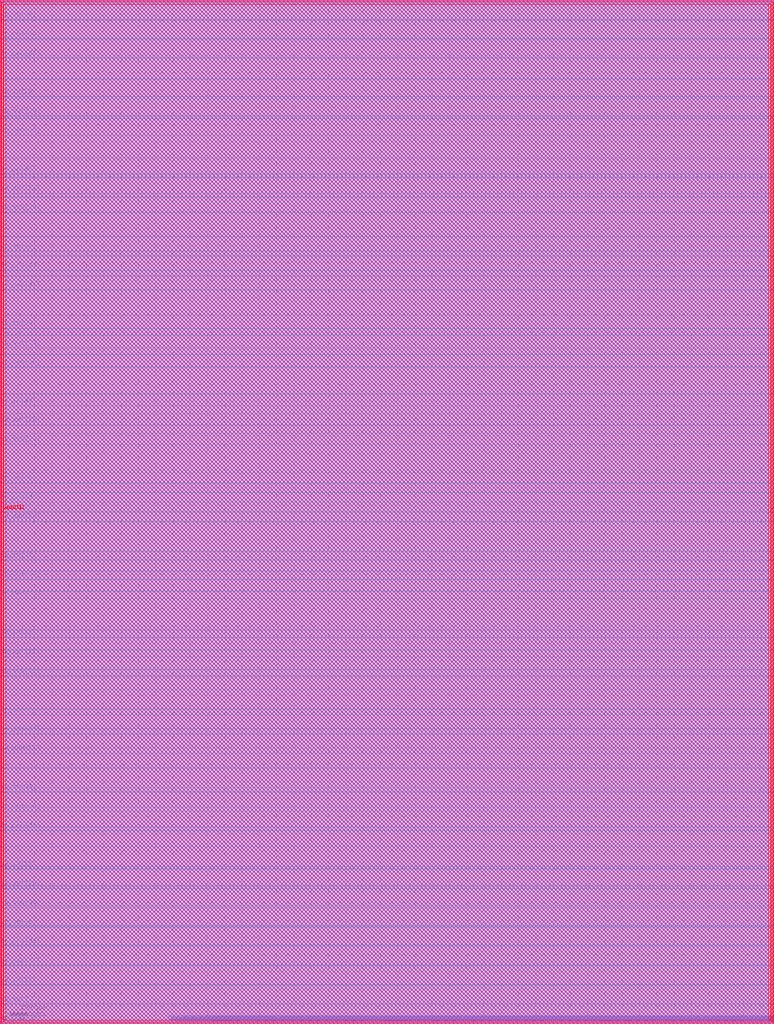
<source format=lef>
##
## LEF for PtnCells ;
## created by Innovus v20.10-p004_1 on Fri Oct 29 16:53:51 2021
##

VERSION 5.8 ;

BUSBITCHARS "[]" ;
DIVIDERCHAR "/" ;

MACRO Ibtida_top_dffram_cv
  CLASS BLOCK ;
  SIZE 2239.740000 BY 2960.040000 ;
  FOREIGN Ibtida_top_dffram_cv 0.000000 0.000000 ;
  ORIGIN 0 0 ;
  SYMMETRY X Y R90 ;
  PIN wb_clk_i
    DIRECTION INPUT ;
    USE SIGNAL ;
    PORT
      LAYER met2 ;
        RECT 4.760000 0.000000 4.900000 0.490000 ;
    END
  END wb_clk_i
  PIN wb_rst_i
    DIRECTION INPUT ;
    USE SIGNAL ;
    PORT
      LAYER met2 ;
        RECT 4.300000 0.000000 4.440000 0.490000 ;
    END
  END wb_rst_i
  PIN la_data_in[127]
    DIRECTION INPUT ;
    USE SIGNAL ;
    PORT
      LAYER met2 ;
        RECT 1058.160000 0.000000 1058.300000 0.490000 ;
    END
  END la_data_in[127]
  PIN la_data_in[126]
    DIRECTION INPUT ;
    USE SIGNAL ;
    PORT
      LAYER met2 ;
        RECT 1053.560000 0.000000 1053.700000 0.490000 ;
    END
  END la_data_in[126]
  PIN la_data_in[125]
    DIRECTION INPUT ;
    USE SIGNAL ;
    PORT
      LAYER met2 ;
        RECT 1048.960000 0.000000 1049.100000 0.490000 ;
    END
  END la_data_in[125]
  PIN la_data_in[124]
    DIRECTION INPUT ;
    USE SIGNAL ;
    PORT
      LAYER met2 ;
        RECT 1044.820000 0.000000 1044.960000 0.490000 ;
    END
  END la_data_in[124]
  PIN la_data_in[123]
    DIRECTION INPUT ;
    USE SIGNAL ;
    PORT
      LAYER met2 ;
        RECT 1040.220000 0.000000 1040.360000 0.490000 ;
    END
  END la_data_in[123]
  PIN la_data_in[122]
    DIRECTION INPUT ;
    USE SIGNAL ;
    PORT
      LAYER met2 ;
        RECT 1035.620000 0.000000 1035.760000 0.490000 ;
    END
  END la_data_in[122]
  PIN la_data_in[121]
    DIRECTION INPUT ;
    USE SIGNAL ;
    PORT
      LAYER met2 ;
        RECT 1031.020000 0.000000 1031.160000 0.490000 ;
    END
  END la_data_in[121]
  PIN la_data_in[120]
    DIRECTION INPUT ;
    USE SIGNAL ;
    PORT
      LAYER met2 ;
        RECT 1026.420000 0.000000 1026.560000 0.490000 ;
    END
  END la_data_in[120]
  PIN la_data_in[119]
    DIRECTION INPUT ;
    USE SIGNAL ;
    PORT
      LAYER met2 ;
        RECT 1021.820000 0.000000 1021.960000 0.490000 ;
    END
  END la_data_in[119]
  PIN la_data_in[118]
    DIRECTION INPUT ;
    USE SIGNAL ;
    PORT
      LAYER met2 ;
        RECT 1017.220000 0.000000 1017.360000 0.490000 ;
    END
  END la_data_in[118]
  PIN la_data_in[117]
    DIRECTION INPUT ;
    USE SIGNAL ;
    PORT
      LAYER met2 ;
        RECT 1012.620000 0.000000 1012.760000 0.490000 ;
    END
  END la_data_in[117]
  PIN la_data_in[116]
    DIRECTION INPUT ;
    USE SIGNAL ;
    PORT
      LAYER met2 ;
        RECT 1008.020000 0.000000 1008.160000 0.490000 ;
    END
  END la_data_in[116]
  PIN la_data_in[115]
    DIRECTION INPUT ;
    USE SIGNAL ;
    PORT
      LAYER met2 ;
        RECT 1003.880000 0.000000 1004.020000 0.490000 ;
    END
  END la_data_in[115]
  PIN la_data_in[114]
    DIRECTION INPUT ;
    USE SIGNAL ;
    PORT
      LAYER met2 ;
        RECT 999.280000 0.000000 999.420000 0.490000 ;
    END
  END la_data_in[114]
  PIN la_data_in[113]
    DIRECTION INPUT ;
    USE SIGNAL ;
    PORT
      LAYER met2 ;
        RECT 994.680000 0.000000 994.820000 0.490000 ;
    END
  END la_data_in[113]
  PIN la_data_in[112]
    DIRECTION INPUT ;
    USE SIGNAL ;
    PORT
      LAYER met2 ;
        RECT 990.080000 0.000000 990.220000 0.490000 ;
    END
  END la_data_in[112]
  PIN la_data_in[111]
    DIRECTION INPUT ;
    USE SIGNAL ;
    PORT
      LAYER met2 ;
        RECT 985.480000 0.000000 985.620000 0.490000 ;
    END
  END la_data_in[111]
  PIN la_data_in[110]
    DIRECTION INPUT ;
    USE SIGNAL ;
    PORT
      LAYER met2 ;
        RECT 980.880000 0.000000 981.020000 0.490000 ;
    END
  END la_data_in[110]
  PIN la_data_in[109]
    DIRECTION INPUT ;
    USE SIGNAL ;
    PORT
      LAYER met2 ;
        RECT 976.280000 0.000000 976.420000 0.490000 ;
    END
  END la_data_in[109]
  PIN la_data_in[108]
    DIRECTION INPUT ;
    USE SIGNAL ;
    PORT
      LAYER met2 ;
        RECT 971.680000 0.000000 971.820000 0.490000 ;
    END
  END la_data_in[108]
  PIN la_data_in[107]
    DIRECTION INPUT ;
    USE SIGNAL ;
    PORT
      LAYER met2 ;
        RECT 967.540000 0.000000 967.680000 0.490000 ;
    END
  END la_data_in[107]
  PIN la_data_in[106]
    DIRECTION INPUT ;
    USE SIGNAL ;
    PORT
      LAYER met2 ;
        RECT 962.940000 0.000000 963.080000 0.490000 ;
    END
  END la_data_in[106]
  PIN la_data_in[105]
    DIRECTION INPUT ;
    USE SIGNAL ;
    PORT
      LAYER met2 ;
        RECT 958.340000 0.000000 958.480000 0.490000 ;
    END
  END la_data_in[105]
  PIN la_data_in[104]
    DIRECTION INPUT ;
    USE SIGNAL ;
    PORT
      LAYER met2 ;
        RECT 953.740000 0.000000 953.880000 0.490000 ;
    END
  END la_data_in[104]
  PIN la_data_in[103]
    DIRECTION INPUT ;
    USE SIGNAL ;
    PORT
      LAYER met2 ;
        RECT 949.140000 0.000000 949.280000 0.490000 ;
    END
  END la_data_in[103]
  PIN la_data_in[102]
    DIRECTION INPUT ;
    USE SIGNAL ;
    PORT
      LAYER met2 ;
        RECT 944.540000 0.000000 944.680000 0.490000 ;
    END
  END la_data_in[102]
  PIN la_data_in[101]
    DIRECTION INPUT ;
    USE SIGNAL ;
    PORT
      LAYER met2 ;
        RECT 939.940000 0.000000 940.080000 0.490000 ;
    END
  END la_data_in[101]
  PIN la_data_in[100]
    DIRECTION INPUT ;
    USE SIGNAL ;
    PORT
      LAYER met2 ;
        RECT 935.340000 0.000000 935.480000 0.490000 ;
    END
  END la_data_in[100]
  PIN la_data_in[99]
    DIRECTION INPUT ;
    USE SIGNAL ;
    PORT
      LAYER met2 ;
        RECT 931.200000 0.000000 931.340000 0.490000 ;
    END
  END la_data_in[99]
  PIN la_data_in[98]
    DIRECTION INPUT ;
    USE SIGNAL ;
    PORT
      LAYER met2 ;
        RECT 926.600000 0.000000 926.740000 0.490000 ;
    END
  END la_data_in[98]
  PIN la_data_in[97]
    DIRECTION INPUT ;
    USE SIGNAL ;
    PORT
      LAYER met2 ;
        RECT 922.000000 0.000000 922.140000 0.490000 ;
    END
  END la_data_in[97]
  PIN la_data_in[96]
    DIRECTION INPUT ;
    USE SIGNAL ;
    PORT
      LAYER met2 ;
        RECT 917.400000 0.000000 917.540000 0.490000 ;
    END
  END la_data_in[96]
  PIN la_data_in[95]
    DIRECTION INPUT ;
    USE SIGNAL ;
    PORT
      LAYER met2 ;
        RECT 912.800000 0.000000 912.940000 0.490000 ;
    END
  END la_data_in[95]
  PIN la_data_in[94]
    DIRECTION INPUT ;
    USE SIGNAL ;
    PORT
      LAYER met2 ;
        RECT 908.200000 0.000000 908.340000 0.490000 ;
    END
  END la_data_in[94]
  PIN la_data_in[93]
    DIRECTION INPUT ;
    USE SIGNAL ;
    PORT
      LAYER met2 ;
        RECT 903.600000 0.000000 903.740000 0.490000 ;
    END
  END la_data_in[93]
  PIN la_data_in[92]
    DIRECTION INPUT ;
    USE SIGNAL ;
    PORT
      LAYER met2 ;
        RECT 899.000000 0.000000 899.140000 0.490000 ;
    END
  END la_data_in[92]
  PIN la_data_in[91]
    DIRECTION INPUT ;
    USE SIGNAL ;
    PORT
      LAYER met2 ;
        RECT 894.860000 0.000000 895.000000 0.490000 ;
    END
  END la_data_in[91]
  PIN la_data_in[90]
    DIRECTION INPUT ;
    USE SIGNAL ;
    PORT
      LAYER met2 ;
        RECT 890.260000 0.000000 890.400000 0.490000 ;
    END
  END la_data_in[90]
  PIN la_data_in[89]
    DIRECTION INPUT ;
    USE SIGNAL ;
    PORT
      LAYER met2 ;
        RECT 885.660000 0.000000 885.800000 0.490000 ;
    END
  END la_data_in[89]
  PIN la_data_in[88]
    DIRECTION INPUT ;
    USE SIGNAL ;
    PORT
      LAYER met2 ;
        RECT 881.060000 0.000000 881.200000 0.490000 ;
    END
  END la_data_in[88]
  PIN la_data_in[87]
    DIRECTION INPUT ;
    USE SIGNAL ;
    PORT
      LAYER met2 ;
        RECT 876.460000 0.000000 876.600000 0.490000 ;
    END
  END la_data_in[87]
  PIN la_data_in[86]
    DIRECTION INPUT ;
    USE SIGNAL ;
    PORT
      LAYER met2 ;
        RECT 871.860000 0.000000 872.000000 0.490000 ;
    END
  END la_data_in[86]
  PIN la_data_in[85]
    DIRECTION INPUT ;
    USE SIGNAL ;
    PORT
      LAYER met2 ;
        RECT 867.260000 0.000000 867.400000 0.490000 ;
    END
  END la_data_in[85]
  PIN la_data_in[84]
    DIRECTION INPUT ;
    USE SIGNAL ;
    PORT
      LAYER met2 ;
        RECT 862.660000 0.000000 862.800000 0.490000 ;
    END
  END la_data_in[84]
  PIN la_data_in[83]
    DIRECTION INPUT ;
    USE SIGNAL ;
    PORT
      LAYER met2 ;
        RECT 858.520000 0.000000 858.660000 0.490000 ;
    END
  END la_data_in[83]
  PIN la_data_in[82]
    DIRECTION INPUT ;
    USE SIGNAL ;
    PORT
      LAYER met2 ;
        RECT 853.920000 0.000000 854.060000 0.490000 ;
    END
  END la_data_in[82]
  PIN la_data_in[81]
    DIRECTION INPUT ;
    USE SIGNAL ;
    PORT
      LAYER met2 ;
        RECT 849.320000 0.000000 849.460000 0.490000 ;
    END
  END la_data_in[81]
  PIN la_data_in[80]
    DIRECTION INPUT ;
    USE SIGNAL ;
    PORT
      LAYER met2 ;
        RECT 844.720000 0.000000 844.860000 0.490000 ;
    END
  END la_data_in[80]
  PIN la_data_in[79]
    DIRECTION INPUT ;
    USE SIGNAL ;
    PORT
      LAYER met2 ;
        RECT 840.120000 0.000000 840.260000 0.490000 ;
    END
  END la_data_in[79]
  PIN la_data_in[78]
    DIRECTION INPUT ;
    USE SIGNAL ;
    PORT
      LAYER met2 ;
        RECT 835.520000 0.000000 835.660000 0.490000 ;
    END
  END la_data_in[78]
  PIN la_data_in[77]
    DIRECTION INPUT ;
    USE SIGNAL ;
    PORT
      LAYER met2 ;
        RECT 830.920000 0.000000 831.060000 0.490000 ;
    END
  END la_data_in[77]
  PIN la_data_in[76]
    DIRECTION INPUT ;
    USE SIGNAL ;
    PORT
      LAYER met2 ;
        RECT 826.320000 0.000000 826.460000 0.490000 ;
    END
  END la_data_in[76]
  PIN la_data_in[75]
    DIRECTION INPUT ;
    USE SIGNAL ;
    PORT
      LAYER met2 ;
        RECT 822.180000 0.000000 822.320000 0.490000 ;
    END
  END la_data_in[75]
  PIN la_data_in[74]
    DIRECTION INPUT ;
    USE SIGNAL ;
    PORT
      LAYER met2 ;
        RECT 817.580000 0.000000 817.720000 0.490000 ;
    END
  END la_data_in[74]
  PIN la_data_in[73]
    DIRECTION INPUT ;
    USE SIGNAL ;
    PORT
      LAYER met2 ;
        RECT 812.980000 0.000000 813.120000 0.490000 ;
    END
  END la_data_in[73]
  PIN la_data_in[72]
    DIRECTION INPUT ;
    USE SIGNAL ;
    PORT
      LAYER met2 ;
        RECT 808.380000 0.000000 808.520000 0.490000 ;
    END
  END la_data_in[72]
  PIN la_data_in[71]
    DIRECTION INPUT ;
    USE SIGNAL ;
    PORT
      LAYER met2 ;
        RECT 803.780000 0.000000 803.920000 0.490000 ;
    END
  END la_data_in[71]
  PIN la_data_in[70]
    DIRECTION INPUT ;
    USE SIGNAL ;
    PORT
      LAYER met2 ;
        RECT 799.180000 0.000000 799.320000 0.490000 ;
    END
  END la_data_in[70]
  PIN la_data_in[69]
    DIRECTION INPUT ;
    USE SIGNAL ;
    PORT
      LAYER met2 ;
        RECT 794.580000 0.000000 794.720000 0.490000 ;
    END
  END la_data_in[69]
  PIN la_data_in[68]
    DIRECTION INPUT ;
    USE SIGNAL ;
    PORT
      LAYER met2 ;
        RECT 789.980000 0.000000 790.120000 0.490000 ;
    END
  END la_data_in[68]
  PIN la_data_in[67]
    DIRECTION INPUT ;
    USE SIGNAL ;
    PORT
      LAYER met2 ;
        RECT 785.840000 0.000000 785.980000 0.490000 ;
    END
  END la_data_in[67]
  PIN la_data_in[66]
    DIRECTION INPUT ;
    USE SIGNAL ;
    PORT
      LAYER met2 ;
        RECT 781.240000 0.000000 781.380000 0.490000 ;
    END
  END la_data_in[66]
  PIN la_data_in[65]
    DIRECTION INPUT ;
    USE SIGNAL ;
    PORT
      LAYER met2 ;
        RECT 776.640000 0.000000 776.780000 0.490000 ;
    END
  END la_data_in[65]
  PIN la_data_in[64]
    DIRECTION INPUT ;
    USE SIGNAL ;
    PORT
      LAYER met2 ;
        RECT 772.040000 0.000000 772.180000 0.490000 ;
    END
  END la_data_in[64]
  PIN la_data_in[63]
    DIRECTION INPUT ;
    USE SIGNAL ;
    PORT
      LAYER met2 ;
        RECT 767.440000 0.000000 767.580000 0.490000 ;
    END
  END la_data_in[63]
  PIN la_data_in[62]
    DIRECTION INPUT ;
    USE SIGNAL ;
    PORT
      LAYER met2 ;
        RECT 762.840000 0.000000 762.980000 0.490000 ;
    END
  END la_data_in[62]
  PIN la_data_in[61]
    DIRECTION INPUT ;
    USE SIGNAL ;
    PORT
      LAYER met2 ;
        RECT 758.240000 0.000000 758.380000 0.490000 ;
    END
  END la_data_in[61]
  PIN la_data_in[60]
    DIRECTION INPUT ;
    USE SIGNAL ;
    PORT
      LAYER met2 ;
        RECT 753.640000 0.000000 753.780000 0.490000 ;
    END
  END la_data_in[60]
  PIN la_data_in[59]
    DIRECTION INPUT ;
    USE SIGNAL ;
    PORT
      LAYER met2 ;
        RECT 749.500000 0.000000 749.640000 0.490000 ;
    END
  END la_data_in[59]
  PIN la_data_in[58]
    DIRECTION INPUT ;
    USE SIGNAL ;
    PORT
      LAYER met2 ;
        RECT 744.900000 0.000000 745.040000 0.490000 ;
    END
  END la_data_in[58]
  PIN la_data_in[57]
    DIRECTION INPUT ;
    USE SIGNAL ;
    PORT
      LAYER met2 ;
        RECT 740.300000 0.000000 740.440000 0.490000 ;
    END
  END la_data_in[57]
  PIN la_data_in[56]
    DIRECTION INPUT ;
    USE SIGNAL ;
    PORT
      LAYER met2 ;
        RECT 735.700000 0.000000 735.840000 0.490000 ;
    END
  END la_data_in[56]
  PIN la_data_in[55]
    DIRECTION INPUT ;
    USE SIGNAL ;
    PORT
      LAYER met2 ;
        RECT 731.100000 0.000000 731.240000 0.490000 ;
    END
  END la_data_in[55]
  PIN la_data_in[54]
    DIRECTION INPUT ;
    USE SIGNAL ;
    PORT
      LAYER met2 ;
        RECT 726.500000 0.000000 726.640000 0.490000 ;
    END
  END la_data_in[54]
  PIN la_data_in[53]
    DIRECTION INPUT ;
    USE SIGNAL ;
    PORT
      LAYER met2 ;
        RECT 721.900000 0.000000 722.040000 0.490000 ;
    END
  END la_data_in[53]
  PIN la_data_in[52]
    DIRECTION INPUT ;
    USE SIGNAL ;
    PORT
      LAYER met2 ;
        RECT 717.300000 0.000000 717.440000 0.490000 ;
    END
  END la_data_in[52]
  PIN la_data_in[51]
    DIRECTION INPUT ;
    USE SIGNAL ;
    PORT
      LAYER met2 ;
        RECT 713.160000 0.000000 713.300000 0.490000 ;
    END
  END la_data_in[51]
  PIN la_data_in[50]
    DIRECTION INPUT ;
    USE SIGNAL ;
    PORT
      LAYER met2 ;
        RECT 708.560000 0.000000 708.700000 0.490000 ;
    END
  END la_data_in[50]
  PIN la_data_in[49]
    DIRECTION INPUT ;
    USE SIGNAL ;
    PORT
      LAYER met2 ;
        RECT 703.960000 0.000000 704.100000 0.490000 ;
    END
  END la_data_in[49]
  PIN la_data_in[48]
    DIRECTION INPUT ;
    USE SIGNAL ;
    PORT
      LAYER met2 ;
        RECT 699.360000 0.000000 699.500000 0.490000 ;
    END
  END la_data_in[48]
  PIN la_data_in[47]
    DIRECTION INPUT ;
    USE SIGNAL ;
    PORT
      LAYER met2 ;
        RECT 694.760000 0.000000 694.900000 0.490000 ;
    END
  END la_data_in[47]
  PIN la_data_in[46]
    DIRECTION INPUT ;
    USE SIGNAL ;
    PORT
      LAYER met2 ;
        RECT 690.160000 0.000000 690.300000 0.490000 ;
    END
  END la_data_in[46]
  PIN la_data_in[45]
    DIRECTION INPUT ;
    USE SIGNAL ;
    PORT
      LAYER met2 ;
        RECT 685.560000 0.000000 685.700000 0.490000 ;
    END
  END la_data_in[45]
  PIN la_data_in[44]
    DIRECTION INPUT ;
    USE SIGNAL ;
    PORT
      LAYER met2 ;
        RECT 680.960000 0.000000 681.100000 0.490000 ;
    END
  END la_data_in[44]
  PIN la_data_in[43]
    DIRECTION INPUT ;
    USE SIGNAL ;
    PORT
      LAYER met2 ;
        RECT 676.820000 0.000000 676.960000 0.490000 ;
    END
  END la_data_in[43]
  PIN la_data_in[42]
    DIRECTION INPUT ;
    USE SIGNAL ;
    PORT
      LAYER met2 ;
        RECT 672.220000 0.000000 672.360000 0.490000 ;
    END
  END la_data_in[42]
  PIN la_data_in[41]
    DIRECTION INPUT ;
    USE SIGNAL ;
    PORT
      LAYER met2 ;
        RECT 667.620000 0.000000 667.760000 0.490000 ;
    END
  END la_data_in[41]
  PIN la_data_in[40]
    DIRECTION INPUT ;
    USE SIGNAL ;
    PORT
      LAYER met2 ;
        RECT 663.020000 0.000000 663.160000 0.490000 ;
    END
  END la_data_in[40]
  PIN la_data_in[39]
    DIRECTION INPUT ;
    USE SIGNAL ;
    PORT
      LAYER met2 ;
        RECT 658.420000 0.000000 658.560000 0.490000 ;
    END
  END la_data_in[39]
  PIN la_data_in[38]
    DIRECTION INPUT ;
    USE SIGNAL ;
    PORT
      LAYER met2 ;
        RECT 653.820000 0.000000 653.960000 0.490000 ;
    END
  END la_data_in[38]
  PIN la_data_in[37]
    DIRECTION INPUT ;
    USE SIGNAL ;
    PORT
      LAYER met2 ;
        RECT 649.220000 0.000000 649.360000 0.490000 ;
    END
  END la_data_in[37]
  PIN la_data_in[36]
    DIRECTION INPUT ;
    USE SIGNAL ;
    PORT
      LAYER met2 ;
        RECT 644.620000 0.000000 644.760000 0.490000 ;
    END
  END la_data_in[36]
  PIN la_data_in[35]
    DIRECTION INPUT ;
    USE SIGNAL ;
    PORT
      LAYER met2 ;
        RECT 640.480000 0.000000 640.620000 0.490000 ;
    END
  END la_data_in[35]
  PIN la_data_in[34]
    DIRECTION INPUT ;
    USE SIGNAL ;
    PORT
      LAYER met2 ;
        RECT 635.880000 0.000000 636.020000 0.490000 ;
    END
  END la_data_in[34]
  PIN la_data_in[33]
    DIRECTION INPUT ;
    USE SIGNAL ;
    PORT
      LAYER met2 ;
        RECT 631.280000 0.000000 631.420000 0.490000 ;
    END
  END la_data_in[33]
  PIN la_data_in[32]
    DIRECTION INPUT ;
    USE SIGNAL ;
    PORT
      LAYER met2 ;
        RECT 626.680000 0.000000 626.820000 0.490000 ;
    END
  END la_data_in[32]
  PIN la_data_in[31]
    DIRECTION INPUT ;
    USE SIGNAL ;
    PORT
      LAYER met2 ;
        RECT 622.080000 0.000000 622.220000 0.490000 ;
    END
  END la_data_in[31]
  PIN la_data_in[30]
    DIRECTION INPUT ;
    USE SIGNAL ;
    PORT
      LAYER met2 ;
        RECT 617.480000 0.000000 617.620000 0.490000 ;
    END
  END la_data_in[30]
  PIN la_data_in[29]
    DIRECTION INPUT ;
    USE SIGNAL ;
    PORT
      LAYER met2 ;
        RECT 612.880000 0.000000 613.020000 0.490000 ;
    END
  END la_data_in[29]
  PIN la_data_in[28]
    DIRECTION INPUT ;
    USE SIGNAL ;
    PORT
      LAYER met2 ;
        RECT 608.280000 0.000000 608.420000 0.490000 ;
    END
  END la_data_in[28]
  PIN la_data_in[27]
    DIRECTION INPUT ;
    USE SIGNAL ;
    PORT
      LAYER met2 ;
        RECT 604.140000 0.000000 604.280000 0.490000 ;
    END
  END la_data_in[27]
  PIN la_data_in[26]
    DIRECTION INPUT ;
    USE SIGNAL ;
    PORT
      LAYER met2 ;
        RECT 599.540000 0.000000 599.680000 0.490000 ;
    END
  END la_data_in[26]
  PIN la_data_in[25]
    DIRECTION INPUT ;
    USE SIGNAL ;
    PORT
      LAYER met2 ;
        RECT 594.940000 0.000000 595.080000 0.490000 ;
    END
  END la_data_in[25]
  PIN la_data_in[24]
    DIRECTION INPUT ;
    USE SIGNAL ;
    PORT
      LAYER met2 ;
        RECT 590.340000 0.000000 590.480000 0.490000 ;
    END
  END la_data_in[24]
  PIN la_data_in[23]
    DIRECTION INPUT ;
    USE SIGNAL ;
    PORT
      LAYER met2 ;
        RECT 585.740000 0.000000 585.880000 0.490000 ;
    END
  END la_data_in[23]
  PIN la_data_in[22]
    DIRECTION INPUT ;
    USE SIGNAL ;
    PORT
      LAYER met2 ;
        RECT 581.140000 0.000000 581.280000 0.490000 ;
    END
  END la_data_in[22]
  PIN la_data_in[21]
    DIRECTION INPUT ;
    USE SIGNAL ;
    PORT
      LAYER met2 ;
        RECT 576.540000 0.000000 576.680000 0.490000 ;
    END
  END la_data_in[21]
  PIN la_data_in[20]
    DIRECTION INPUT ;
    USE SIGNAL ;
    PORT
      LAYER met2 ;
        RECT 571.940000 0.000000 572.080000 0.490000 ;
    END
  END la_data_in[20]
  PIN la_data_in[19]
    DIRECTION INPUT ;
    USE SIGNAL ;
    PORT
      LAYER met2 ;
        RECT 567.800000 0.000000 567.940000 0.490000 ;
    END
  END la_data_in[19]
  PIN la_data_in[18]
    DIRECTION INPUT ;
    USE SIGNAL ;
    PORT
      LAYER met2 ;
        RECT 563.200000 0.000000 563.340000 0.490000 ;
    END
  END la_data_in[18]
  PIN la_data_in[17]
    DIRECTION INPUT ;
    USE SIGNAL ;
    PORT
      LAYER met2 ;
        RECT 558.600000 0.000000 558.740000 0.490000 ;
    END
  END la_data_in[17]
  PIN la_data_in[16]
    DIRECTION INPUT ;
    USE SIGNAL ;
    PORT
      LAYER met2 ;
        RECT 554.000000 0.000000 554.140000 0.490000 ;
    END
  END la_data_in[16]
  PIN la_data_in[15]
    DIRECTION INPUT ;
    USE SIGNAL ;
    PORT
      LAYER met2 ;
        RECT 549.400000 0.000000 549.540000 0.490000 ;
    END
  END la_data_in[15]
  PIN la_data_in[14]
    DIRECTION INPUT ;
    USE SIGNAL ;
    PORT
      LAYER met2 ;
        RECT 544.800000 0.000000 544.940000 0.490000 ;
    END
  END la_data_in[14]
  PIN la_data_in[13]
    DIRECTION INPUT ;
    USE SIGNAL ;
    PORT
      LAYER met2 ;
        RECT 540.200000 0.000000 540.340000 0.490000 ;
    END
  END la_data_in[13]
  PIN la_data_in[12]
    DIRECTION INPUT ;
    USE SIGNAL ;
    PORT
      LAYER met2 ;
        RECT 535.600000 0.000000 535.740000 0.490000 ;
    END
  END la_data_in[12]
  PIN la_data_in[11]
    DIRECTION INPUT ;
    USE SIGNAL ;
    PORT
      LAYER met2 ;
        RECT 531.460000 0.000000 531.600000 0.490000 ;
    END
  END la_data_in[11]
  PIN la_data_in[10]
    DIRECTION INPUT ;
    USE SIGNAL ;
    PORT
      LAYER met2 ;
        RECT 526.860000 0.000000 527.000000 0.490000 ;
    END
  END la_data_in[10]
  PIN la_data_in[9]
    DIRECTION INPUT ;
    USE SIGNAL ;
    PORT
      LAYER met2 ;
        RECT 522.260000 0.000000 522.400000 0.490000 ;
    END
  END la_data_in[9]
  PIN la_data_in[8]
    DIRECTION INPUT ;
    USE SIGNAL ;
    PORT
      LAYER met2 ;
        RECT 517.660000 0.000000 517.800000 0.490000 ;
    END
  END la_data_in[8]
  PIN la_data_in[7]
    DIRECTION INPUT ;
    USE SIGNAL ;
    PORT
      LAYER met2 ;
        RECT 513.060000 0.000000 513.200000 0.490000 ;
    END
  END la_data_in[7]
  PIN la_data_in[6]
    DIRECTION INPUT ;
    USE SIGNAL ;
    PORT
      LAYER met2 ;
        RECT 508.460000 0.000000 508.600000 0.490000 ;
    END
  END la_data_in[6]
  PIN la_data_in[5]
    DIRECTION INPUT ;
    USE SIGNAL ;
    PORT
      LAYER met2 ;
        RECT 503.860000 0.000000 504.000000 0.490000 ;
    END
  END la_data_in[5]
  PIN la_data_in[4]
    DIRECTION INPUT ;
    USE SIGNAL ;
    PORT
      LAYER met2 ;
        RECT 499.260000 0.000000 499.400000 0.490000 ;
    END
  END la_data_in[4]
  PIN la_data_in[3]
    DIRECTION INPUT ;
    USE SIGNAL ;
    PORT
      LAYER met2 ;
        RECT 494.660000 0.000000 494.800000 0.490000 ;
    END
  END la_data_in[3]
  PIN la_data_in[2]
    DIRECTION INPUT ;
    USE SIGNAL ;
    PORT
      LAYER met2 ;
        RECT 490.520000 0.000000 490.660000 0.490000 ;
    END
  END la_data_in[2]
  PIN la_data_in[1]
    DIRECTION INPUT ;
    USE SIGNAL ;
    PORT
      LAYER met2 ;
        RECT 485.920000 0.000000 486.060000 0.490000 ;
    END
  END la_data_in[1]
  PIN la_data_in[0]
    DIRECTION INPUT ;
    USE SIGNAL ;
    PORT
      LAYER met2 ;
        RECT 481.320000 0.000000 481.460000 0.490000 ;
    END
  END la_data_in[0]
  PIN la_data_out[127]
    DIRECTION OUTPUT ;
    USE SIGNAL ;
    PORT
      LAYER met2 ;
        RECT 1639.600000 0.000000 1639.740000 0.490000 ;
    END
  END la_data_out[127]
  PIN la_data_out[126]
    DIRECTION OUTPUT ;
    USE SIGNAL ;
    PORT
      LAYER met2 ;
        RECT 1635.000000 0.000000 1635.140000 0.490000 ;
    END
  END la_data_out[126]
  PIN la_data_out[125]
    DIRECTION OUTPUT ;
    USE SIGNAL ;
    PORT
      LAYER met2 ;
        RECT 1630.860000 0.000000 1631.000000 0.490000 ;
    END
  END la_data_out[125]
  PIN la_data_out[124]
    DIRECTION OUTPUT ;
    USE SIGNAL ;
    PORT
      LAYER met2 ;
        RECT 1626.260000 0.000000 1626.400000 0.490000 ;
    END
  END la_data_out[124]
  PIN la_data_out[123]
    DIRECTION OUTPUT ;
    USE SIGNAL ;
    PORT
      LAYER met2 ;
        RECT 1621.660000 0.000000 1621.800000 0.490000 ;
    END
  END la_data_out[123]
  PIN la_data_out[122]
    DIRECTION OUTPUT ;
    USE SIGNAL ;
    PORT
      LAYER met2 ;
        RECT 1617.060000 0.000000 1617.200000 0.490000 ;
    END
  END la_data_out[122]
  PIN la_data_out[121]
    DIRECTION OUTPUT ;
    USE SIGNAL ;
    PORT
      LAYER met2 ;
        RECT 1612.460000 0.000000 1612.600000 0.490000 ;
    END
  END la_data_out[121]
  PIN la_data_out[120]
    DIRECTION OUTPUT ;
    USE SIGNAL ;
    PORT
      LAYER met2 ;
        RECT 1607.860000 0.000000 1608.000000 0.490000 ;
    END
  END la_data_out[120]
  PIN la_data_out[119]
    DIRECTION OUTPUT ;
    USE SIGNAL ;
    PORT
      LAYER met2 ;
        RECT 1603.260000 0.000000 1603.400000 0.490000 ;
    END
  END la_data_out[119]
  PIN la_data_out[118]
    DIRECTION OUTPUT ;
    USE SIGNAL ;
    PORT
      LAYER met2 ;
        RECT 1598.660000 0.000000 1598.800000 0.490000 ;
    END
  END la_data_out[118]
  PIN la_data_out[117]
    DIRECTION OUTPUT ;
    USE SIGNAL ;
    PORT
      LAYER met2 ;
        RECT 1594.520000 0.000000 1594.660000 0.490000 ;
    END
  END la_data_out[117]
  PIN la_data_out[116]
    DIRECTION OUTPUT ;
    USE SIGNAL ;
    PORT
      LAYER met2 ;
        RECT 1589.920000 0.000000 1590.060000 0.490000 ;
    END
  END la_data_out[116]
  PIN la_data_out[115]
    DIRECTION OUTPUT ;
    USE SIGNAL ;
    PORT
      LAYER met2 ;
        RECT 1585.320000 0.000000 1585.460000 0.490000 ;
    END
  END la_data_out[115]
  PIN la_data_out[114]
    DIRECTION OUTPUT ;
    USE SIGNAL ;
    PORT
      LAYER met2 ;
        RECT 1580.720000 0.000000 1580.860000 0.490000 ;
    END
  END la_data_out[114]
  PIN la_data_out[113]
    DIRECTION OUTPUT ;
    USE SIGNAL ;
    PORT
      LAYER met2 ;
        RECT 1576.120000 0.000000 1576.260000 0.490000 ;
    END
  END la_data_out[113]
  PIN la_data_out[112]
    DIRECTION OUTPUT ;
    USE SIGNAL ;
    PORT
      LAYER met2 ;
        RECT 1571.520000 0.000000 1571.660000 0.490000 ;
    END
  END la_data_out[112]
  PIN la_data_out[111]
    DIRECTION OUTPUT ;
    USE SIGNAL ;
    PORT
      LAYER met2 ;
        RECT 1566.920000 0.000000 1567.060000 0.490000 ;
    END
  END la_data_out[111]
  PIN la_data_out[110]
    DIRECTION OUTPUT ;
    USE SIGNAL ;
    PORT
      LAYER met2 ;
        RECT 1562.320000 0.000000 1562.460000 0.490000 ;
    END
  END la_data_out[110]
  PIN la_data_out[109]
    DIRECTION OUTPUT ;
    USE SIGNAL ;
    PORT
      LAYER met2 ;
        RECT 1558.180000 0.000000 1558.320000 0.490000 ;
    END
  END la_data_out[109]
  PIN la_data_out[108]
    DIRECTION OUTPUT ;
    USE SIGNAL ;
    PORT
      LAYER met2 ;
        RECT 1553.580000 0.000000 1553.720000 0.490000 ;
    END
  END la_data_out[108]
  PIN la_data_out[107]
    DIRECTION OUTPUT ;
    USE SIGNAL ;
    PORT
      LAYER met2 ;
        RECT 1548.980000 0.000000 1549.120000 0.490000 ;
    END
  END la_data_out[107]
  PIN la_data_out[106]
    DIRECTION OUTPUT ;
    USE SIGNAL ;
    PORT
      LAYER met2 ;
        RECT 1544.380000 0.000000 1544.520000 0.490000 ;
    END
  END la_data_out[106]
  PIN la_data_out[105]
    DIRECTION OUTPUT ;
    USE SIGNAL ;
    PORT
      LAYER met2 ;
        RECT 1539.780000 0.000000 1539.920000 0.490000 ;
    END
  END la_data_out[105]
  PIN la_data_out[104]
    DIRECTION OUTPUT ;
    USE SIGNAL ;
    PORT
      LAYER met2 ;
        RECT 1535.180000 0.000000 1535.320000 0.490000 ;
    END
  END la_data_out[104]
  PIN la_data_out[103]
    DIRECTION OUTPUT ;
    USE SIGNAL ;
    PORT
      LAYER met2 ;
        RECT 1530.580000 0.000000 1530.720000 0.490000 ;
    END
  END la_data_out[103]
  PIN la_data_out[102]
    DIRECTION OUTPUT ;
    USE SIGNAL ;
    PORT
      LAYER met2 ;
        RECT 1525.980000 0.000000 1526.120000 0.490000 ;
    END
  END la_data_out[102]
  PIN la_data_out[101]
    DIRECTION OUTPUT ;
    USE SIGNAL ;
    PORT
      LAYER met2 ;
        RECT 1521.380000 0.000000 1521.520000 0.490000 ;
    END
  END la_data_out[101]
  PIN la_data_out[100]
    DIRECTION OUTPUT ;
    USE SIGNAL ;
    PORT
      LAYER met2 ;
        RECT 1517.240000 0.000000 1517.380000 0.490000 ;
    END
  END la_data_out[100]
  PIN la_data_out[99]
    DIRECTION OUTPUT ;
    USE SIGNAL ;
    PORT
      LAYER met2 ;
        RECT 1512.640000 0.000000 1512.780000 0.490000 ;
    END
  END la_data_out[99]
  PIN la_data_out[98]
    DIRECTION OUTPUT ;
    USE SIGNAL ;
    PORT
      LAYER met2 ;
        RECT 1508.040000 0.000000 1508.180000 0.490000 ;
    END
  END la_data_out[98]
  PIN la_data_out[97]
    DIRECTION OUTPUT ;
    USE SIGNAL ;
    PORT
      LAYER met2 ;
        RECT 1503.440000 0.000000 1503.580000 0.490000 ;
    END
  END la_data_out[97]
  PIN la_data_out[96]
    DIRECTION OUTPUT ;
    USE SIGNAL ;
    PORT
      LAYER met2 ;
        RECT 1498.840000 0.000000 1498.980000 0.490000 ;
    END
  END la_data_out[96]
  PIN la_data_out[95]
    DIRECTION OUTPUT ;
    USE SIGNAL ;
    PORT
      LAYER met2 ;
        RECT 1494.240000 0.000000 1494.380000 0.490000 ;
    END
  END la_data_out[95]
  PIN la_data_out[94]
    DIRECTION OUTPUT ;
    USE SIGNAL ;
    PORT
      LAYER met2 ;
        RECT 1489.640000 0.000000 1489.780000 0.490000 ;
    END
  END la_data_out[94]
  PIN la_data_out[93]
    DIRECTION OUTPUT ;
    USE SIGNAL ;
    PORT
      LAYER met2 ;
        RECT 1485.040000 0.000000 1485.180000 0.490000 ;
    END
  END la_data_out[93]
  PIN la_data_out[92]
    DIRECTION OUTPUT ;
    USE SIGNAL ;
    PORT
      LAYER met2 ;
        RECT 1480.900000 0.000000 1481.040000 0.490000 ;
    END
  END la_data_out[92]
  PIN la_data_out[91]
    DIRECTION OUTPUT ;
    USE SIGNAL ;
    PORT
      LAYER met2 ;
        RECT 1476.300000 0.000000 1476.440000 0.490000 ;
    END
  END la_data_out[91]
  PIN la_data_out[90]
    DIRECTION OUTPUT ;
    USE SIGNAL ;
    PORT
      LAYER met2 ;
        RECT 1471.700000 0.000000 1471.840000 0.490000 ;
    END
  END la_data_out[90]
  PIN la_data_out[89]
    DIRECTION OUTPUT ;
    USE SIGNAL ;
    PORT
      LAYER met2 ;
        RECT 1467.100000 0.000000 1467.240000 0.490000 ;
    END
  END la_data_out[89]
  PIN la_data_out[88]
    DIRECTION OUTPUT ;
    USE SIGNAL ;
    PORT
      LAYER met2 ;
        RECT 1462.500000 0.000000 1462.640000 0.490000 ;
    END
  END la_data_out[88]
  PIN la_data_out[87]
    DIRECTION OUTPUT ;
    USE SIGNAL ;
    PORT
      LAYER met2 ;
        RECT 1457.900000 0.000000 1458.040000 0.490000 ;
    END
  END la_data_out[87]
  PIN la_data_out[86]
    DIRECTION OUTPUT ;
    USE SIGNAL ;
    PORT
      LAYER met2 ;
        RECT 1453.300000 0.000000 1453.440000 0.490000 ;
    END
  END la_data_out[86]
  PIN la_data_out[85]
    DIRECTION OUTPUT ;
    USE SIGNAL ;
    PORT
      LAYER met2 ;
        RECT 1448.700000 0.000000 1448.840000 0.490000 ;
    END
  END la_data_out[85]
  PIN la_data_out[84]
    DIRECTION OUTPUT ;
    USE SIGNAL ;
    PORT
      LAYER met2 ;
        RECT 1444.560000 0.000000 1444.700000 0.490000 ;
    END
  END la_data_out[84]
  PIN la_data_out[83]
    DIRECTION OUTPUT ;
    USE SIGNAL ;
    PORT
      LAYER met2 ;
        RECT 1439.960000 0.000000 1440.100000 0.490000 ;
    END
  END la_data_out[83]
  PIN la_data_out[82]
    DIRECTION OUTPUT ;
    USE SIGNAL ;
    PORT
      LAYER met2 ;
        RECT 1435.360000 0.000000 1435.500000 0.490000 ;
    END
  END la_data_out[82]
  PIN la_data_out[81]
    DIRECTION OUTPUT ;
    USE SIGNAL ;
    PORT
      LAYER met2 ;
        RECT 1430.760000 0.000000 1430.900000 0.490000 ;
    END
  END la_data_out[81]
  PIN la_data_out[80]
    DIRECTION OUTPUT ;
    USE SIGNAL ;
    PORT
      LAYER met2 ;
        RECT 1426.160000 0.000000 1426.300000 0.490000 ;
    END
  END la_data_out[80]
  PIN la_data_out[79]
    DIRECTION OUTPUT ;
    USE SIGNAL ;
    PORT
      LAYER met2 ;
        RECT 1421.560000 0.000000 1421.700000 0.490000 ;
    END
  END la_data_out[79]
  PIN la_data_out[78]
    DIRECTION OUTPUT ;
    USE SIGNAL ;
    PORT
      LAYER met2 ;
        RECT 1416.960000 0.000000 1417.100000 0.490000 ;
    END
  END la_data_out[78]
  PIN la_data_out[77]
    DIRECTION OUTPUT ;
    USE SIGNAL ;
    PORT
      LAYER met2 ;
        RECT 1412.360000 0.000000 1412.500000 0.490000 ;
    END
  END la_data_out[77]
  PIN la_data_out[76]
    DIRECTION OUTPUT ;
    USE SIGNAL ;
    PORT
      LAYER met2 ;
        RECT 1408.220000 0.000000 1408.360000 0.490000 ;
    END
  END la_data_out[76]
  PIN la_data_out[75]
    DIRECTION OUTPUT ;
    USE SIGNAL ;
    PORT
      LAYER met2 ;
        RECT 1403.620000 0.000000 1403.760000 0.490000 ;
    END
  END la_data_out[75]
  PIN la_data_out[74]
    DIRECTION OUTPUT ;
    USE SIGNAL ;
    PORT
      LAYER met2 ;
        RECT 1399.020000 0.000000 1399.160000 0.490000 ;
    END
  END la_data_out[74]
  PIN la_data_out[73]
    DIRECTION OUTPUT ;
    USE SIGNAL ;
    PORT
      LAYER met2 ;
        RECT 1394.420000 0.000000 1394.560000 0.490000 ;
    END
  END la_data_out[73]
  PIN la_data_out[72]
    DIRECTION OUTPUT ;
    USE SIGNAL ;
    PORT
      LAYER met2 ;
        RECT 1389.820000 0.000000 1389.960000 0.490000 ;
    END
  END la_data_out[72]
  PIN la_data_out[71]
    DIRECTION OUTPUT ;
    USE SIGNAL ;
    PORT
      LAYER met2 ;
        RECT 1385.220000 0.000000 1385.360000 0.490000 ;
    END
  END la_data_out[71]
  PIN la_data_out[70]
    DIRECTION OUTPUT ;
    USE SIGNAL ;
    PORT
      LAYER met2 ;
        RECT 1380.620000 0.000000 1380.760000 0.490000 ;
    END
  END la_data_out[70]
  PIN la_data_out[69]
    DIRECTION OUTPUT ;
    USE SIGNAL ;
    PORT
      LAYER met2 ;
        RECT 1376.020000 0.000000 1376.160000 0.490000 ;
    END
  END la_data_out[69]
  PIN la_data_out[68]
    DIRECTION OUTPUT ;
    USE SIGNAL ;
    PORT
      LAYER met2 ;
        RECT 1371.880000 0.000000 1372.020000 0.490000 ;
    END
  END la_data_out[68]
  PIN la_data_out[67]
    DIRECTION OUTPUT ;
    USE SIGNAL ;
    PORT
      LAYER met2 ;
        RECT 1367.280000 0.000000 1367.420000 0.490000 ;
    END
  END la_data_out[67]
  PIN la_data_out[66]
    DIRECTION OUTPUT ;
    USE SIGNAL ;
    PORT
      LAYER met2 ;
        RECT 1362.680000 0.000000 1362.820000 0.490000 ;
    END
  END la_data_out[66]
  PIN la_data_out[65]
    DIRECTION OUTPUT ;
    USE SIGNAL ;
    PORT
      LAYER met2 ;
        RECT 1358.080000 0.000000 1358.220000 0.490000 ;
    END
  END la_data_out[65]
  PIN la_data_out[64]
    DIRECTION OUTPUT ;
    USE SIGNAL ;
    PORT
      LAYER met2 ;
        RECT 1353.480000 0.000000 1353.620000 0.490000 ;
    END
  END la_data_out[64]
  PIN la_data_out[63]
    DIRECTION OUTPUT ;
    USE SIGNAL ;
    PORT
      LAYER met2 ;
        RECT 1348.880000 0.000000 1349.020000 0.490000 ;
    END
  END la_data_out[63]
  PIN la_data_out[62]
    DIRECTION OUTPUT ;
    USE SIGNAL ;
    PORT
      LAYER met2 ;
        RECT 1344.280000 0.000000 1344.420000 0.490000 ;
    END
  END la_data_out[62]
  PIN la_data_out[61]
    DIRECTION OUTPUT ;
    USE SIGNAL ;
    PORT
      LAYER met2 ;
        RECT 1339.680000 0.000000 1339.820000 0.490000 ;
    END
  END la_data_out[61]
  PIN la_data_out[60]
    DIRECTION OUTPUT ;
    USE SIGNAL ;
    PORT
      LAYER met2 ;
        RECT 1335.540000 0.000000 1335.680000 0.490000 ;
    END
  END la_data_out[60]
  PIN la_data_out[59]
    DIRECTION OUTPUT ;
    USE SIGNAL ;
    PORT
      LAYER met2 ;
        RECT 1330.940000 0.000000 1331.080000 0.490000 ;
    END
  END la_data_out[59]
  PIN la_data_out[58]
    DIRECTION OUTPUT ;
    USE SIGNAL ;
    PORT
      LAYER met2 ;
        RECT 1326.340000 0.000000 1326.480000 0.490000 ;
    END
  END la_data_out[58]
  PIN la_data_out[57]
    DIRECTION OUTPUT ;
    USE SIGNAL ;
    PORT
      LAYER met2 ;
        RECT 1321.740000 0.000000 1321.880000 0.490000 ;
    END
  END la_data_out[57]
  PIN la_data_out[56]
    DIRECTION OUTPUT ;
    USE SIGNAL ;
    PORT
      LAYER met2 ;
        RECT 1317.140000 0.000000 1317.280000 0.490000 ;
    END
  END la_data_out[56]
  PIN la_data_out[55]
    DIRECTION OUTPUT ;
    USE SIGNAL ;
    PORT
      LAYER met2 ;
        RECT 1312.540000 0.000000 1312.680000 0.490000 ;
    END
  END la_data_out[55]
  PIN la_data_out[54]
    DIRECTION OUTPUT ;
    USE SIGNAL ;
    PORT
      LAYER met2 ;
        RECT 1307.940000 0.000000 1308.080000 0.490000 ;
    END
  END la_data_out[54]
  PIN la_data_out[53]
    DIRECTION OUTPUT ;
    USE SIGNAL ;
    PORT
      LAYER met2 ;
        RECT 1303.340000 0.000000 1303.480000 0.490000 ;
    END
  END la_data_out[53]
  PIN la_data_out[52]
    DIRECTION OUTPUT ;
    USE SIGNAL ;
    PORT
      LAYER met2 ;
        RECT 1299.200000 0.000000 1299.340000 0.490000 ;
    END
  END la_data_out[52]
  PIN la_data_out[51]
    DIRECTION OUTPUT ;
    USE SIGNAL ;
    PORT
      LAYER met2 ;
        RECT 1294.600000 0.000000 1294.740000 0.490000 ;
    END
  END la_data_out[51]
  PIN la_data_out[50]
    DIRECTION OUTPUT ;
    USE SIGNAL ;
    PORT
      LAYER met2 ;
        RECT 1290.000000 0.000000 1290.140000 0.490000 ;
    END
  END la_data_out[50]
  PIN la_data_out[49]
    DIRECTION OUTPUT ;
    USE SIGNAL ;
    PORT
      LAYER met2 ;
        RECT 1285.400000 0.000000 1285.540000 0.490000 ;
    END
  END la_data_out[49]
  PIN la_data_out[48]
    DIRECTION OUTPUT ;
    USE SIGNAL ;
    PORT
      LAYER met2 ;
        RECT 1280.800000 0.000000 1280.940000 0.490000 ;
    END
  END la_data_out[48]
  PIN la_data_out[47]
    DIRECTION OUTPUT ;
    USE SIGNAL ;
    PORT
      LAYER met2 ;
        RECT 1276.200000 0.000000 1276.340000 0.490000 ;
    END
  END la_data_out[47]
  PIN la_data_out[46]
    DIRECTION OUTPUT ;
    USE SIGNAL ;
    PORT
      LAYER met2 ;
        RECT 1271.600000 0.000000 1271.740000 0.490000 ;
    END
  END la_data_out[46]
  PIN la_data_out[45]
    DIRECTION OUTPUT ;
    USE SIGNAL ;
    PORT
      LAYER met2 ;
        RECT 1267.000000 0.000000 1267.140000 0.490000 ;
    END
  END la_data_out[45]
  PIN la_data_out[44]
    DIRECTION OUTPUT ;
    USE SIGNAL ;
    PORT
      LAYER met2 ;
        RECT 1262.860000 0.000000 1263.000000 0.490000 ;
    END
  END la_data_out[44]
  PIN la_data_out[43]
    DIRECTION OUTPUT ;
    USE SIGNAL ;
    PORT
      LAYER met2 ;
        RECT 1258.260000 0.000000 1258.400000 0.490000 ;
    END
  END la_data_out[43]
  PIN la_data_out[42]
    DIRECTION OUTPUT ;
    USE SIGNAL ;
    PORT
      LAYER met2 ;
        RECT 1253.660000 0.000000 1253.800000 0.490000 ;
    END
  END la_data_out[42]
  PIN la_data_out[41]
    DIRECTION OUTPUT ;
    USE SIGNAL ;
    PORT
      LAYER met2 ;
        RECT 1249.060000 0.000000 1249.200000 0.490000 ;
    END
  END la_data_out[41]
  PIN la_data_out[40]
    DIRECTION OUTPUT ;
    USE SIGNAL ;
    PORT
      LAYER met2 ;
        RECT 1244.460000 0.000000 1244.600000 0.490000 ;
    END
  END la_data_out[40]
  PIN la_data_out[39]
    DIRECTION OUTPUT ;
    USE SIGNAL ;
    PORT
      LAYER met2 ;
        RECT 1239.860000 0.000000 1240.000000 0.490000 ;
    END
  END la_data_out[39]
  PIN la_data_out[38]
    DIRECTION OUTPUT ;
    USE SIGNAL ;
    PORT
      LAYER met2 ;
        RECT 1235.260000 0.000000 1235.400000 0.490000 ;
    END
  END la_data_out[38]
  PIN la_data_out[37]
    DIRECTION OUTPUT ;
    USE SIGNAL ;
    PORT
      LAYER met2 ;
        RECT 1230.660000 0.000000 1230.800000 0.490000 ;
    END
  END la_data_out[37]
  PIN la_data_out[36]
    DIRECTION OUTPUT ;
    USE SIGNAL ;
    PORT
      LAYER met2 ;
        RECT 1226.520000 0.000000 1226.660000 0.490000 ;
    END
  END la_data_out[36]
  PIN la_data_out[35]
    DIRECTION OUTPUT ;
    USE SIGNAL ;
    PORT
      LAYER met2 ;
        RECT 1221.920000 0.000000 1222.060000 0.490000 ;
    END
  END la_data_out[35]
  PIN la_data_out[34]
    DIRECTION OUTPUT ;
    USE SIGNAL ;
    PORT
      LAYER met2 ;
        RECT 1217.320000 0.000000 1217.460000 0.490000 ;
    END
  END la_data_out[34]
  PIN la_data_out[33]
    DIRECTION OUTPUT ;
    USE SIGNAL ;
    PORT
      LAYER met2 ;
        RECT 1212.720000 0.000000 1212.860000 0.490000 ;
    END
  END la_data_out[33]
  PIN la_data_out[32]
    DIRECTION OUTPUT ;
    USE SIGNAL ;
    PORT
      LAYER met2 ;
        RECT 1208.120000 0.000000 1208.260000 0.490000 ;
    END
  END la_data_out[32]
  PIN la_data_out[31]
    DIRECTION OUTPUT ;
    USE SIGNAL ;
    PORT
      LAYER met2 ;
        RECT 1203.520000 0.000000 1203.660000 0.490000 ;
    END
  END la_data_out[31]
  PIN la_data_out[30]
    DIRECTION OUTPUT ;
    USE SIGNAL ;
    PORT
      LAYER met2 ;
        RECT 1198.920000 0.000000 1199.060000 0.490000 ;
    END
  END la_data_out[30]
  PIN la_data_out[29]
    DIRECTION OUTPUT ;
    USE SIGNAL ;
    PORT
      LAYER met2 ;
        RECT 1194.320000 0.000000 1194.460000 0.490000 ;
    END
  END la_data_out[29]
  PIN la_data_out[28]
    DIRECTION OUTPUT ;
    USE SIGNAL ;
    PORT
      LAYER met2 ;
        RECT 1190.180000 0.000000 1190.320000 0.490000 ;
    END
  END la_data_out[28]
  PIN la_data_out[27]
    DIRECTION OUTPUT ;
    USE SIGNAL ;
    PORT
      LAYER met2 ;
        RECT 1185.580000 0.000000 1185.720000 0.490000 ;
    END
  END la_data_out[27]
  PIN la_data_out[26]
    DIRECTION OUTPUT ;
    USE SIGNAL ;
    PORT
      LAYER met2 ;
        RECT 1180.980000 0.000000 1181.120000 0.490000 ;
    END
  END la_data_out[26]
  PIN la_data_out[25]
    DIRECTION OUTPUT ;
    USE SIGNAL ;
    PORT
      LAYER met2 ;
        RECT 1176.380000 0.000000 1176.520000 0.490000 ;
    END
  END la_data_out[25]
  PIN la_data_out[24]
    DIRECTION OUTPUT ;
    USE SIGNAL ;
    PORT
      LAYER met2 ;
        RECT 1171.780000 0.000000 1171.920000 0.490000 ;
    END
  END la_data_out[24]
  PIN la_data_out[23]
    DIRECTION OUTPUT ;
    USE SIGNAL ;
    PORT
      LAYER met2 ;
        RECT 1167.180000 0.000000 1167.320000 0.490000 ;
    END
  END la_data_out[23]
  PIN la_data_out[22]
    DIRECTION OUTPUT ;
    USE SIGNAL ;
    PORT
      LAYER met2 ;
        RECT 1162.580000 0.000000 1162.720000 0.490000 ;
    END
  END la_data_out[22]
  PIN la_data_out[21]
    DIRECTION OUTPUT ;
    USE SIGNAL ;
    PORT
      LAYER met2 ;
        RECT 1157.980000 0.000000 1158.120000 0.490000 ;
    END
  END la_data_out[21]
  PIN la_data_out[20]
    DIRECTION OUTPUT ;
    USE SIGNAL ;
    PORT
      LAYER met2 ;
        RECT 1153.840000 0.000000 1153.980000 0.490000 ;
    END
  END la_data_out[20]
  PIN la_data_out[19]
    DIRECTION OUTPUT ;
    USE SIGNAL ;
    PORT
      LAYER met2 ;
        RECT 1149.240000 0.000000 1149.380000 0.490000 ;
    END
  END la_data_out[19]
  PIN la_data_out[18]
    DIRECTION OUTPUT ;
    USE SIGNAL ;
    PORT
      LAYER met2 ;
        RECT 1144.640000 0.000000 1144.780000 0.490000 ;
    END
  END la_data_out[18]
  PIN la_data_out[17]
    DIRECTION OUTPUT ;
    USE SIGNAL ;
    PORT
      LAYER met2 ;
        RECT 1140.040000 0.000000 1140.180000 0.490000 ;
    END
  END la_data_out[17]
  PIN la_data_out[16]
    DIRECTION OUTPUT ;
    USE SIGNAL ;
    PORT
      LAYER met2 ;
        RECT 1135.440000 0.000000 1135.580000 0.490000 ;
    END
  END la_data_out[16]
  PIN la_data_out[15]
    DIRECTION OUTPUT ;
    USE SIGNAL ;
    PORT
      LAYER met2 ;
        RECT 1130.840000 0.000000 1130.980000 0.490000 ;
    END
  END la_data_out[15]
  PIN la_data_out[14]
    DIRECTION OUTPUT ;
    USE SIGNAL ;
    PORT
      LAYER met2 ;
        RECT 1126.240000 0.000000 1126.380000 0.490000 ;
    END
  END la_data_out[14]
  PIN la_data_out[13]
    DIRECTION OUTPUT ;
    USE SIGNAL ;
    PORT
      LAYER met2 ;
        RECT 1121.640000 0.000000 1121.780000 0.490000 ;
    END
  END la_data_out[13]
  PIN la_data_out[12]
    DIRECTION OUTPUT ;
    USE SIGNAL ;
    PORT
      LAYER met2 ;
        RECT 1117.500000 0.000000 1117.640000 0.490000 ;
    END
  END la_data_out[12]
  PIN la_data_out[11]
    DIRECTION OUTPUT ;
    USE SIGNAL ;
    PORT
      LAYER met2 ;
        RECT 1112.900000 0.000000 1113.040000 0.490000 ;
    END
  END la_data_out[11]
  PIN la_data_out[10]
    DIRECTION OUTPUT ;
    USE SIGNAL ;
    PORT
      LAYER met2 ;
        RECT 1108.300000 0.000000 1108.440000 0.490000 ;
    END
  END la_data_out[10]
  PIN la_data_out[9]
    DIRECTION OUTPUT ;
    USE SIGNAL ;
    PORT
      LAYER met2 ;
        RECT 1103.700000 0.000000 1103.840000 0.490000 ;
    END
  END la_data_out[9]
  PIN la_data_out[8]
    DIRECTION OUTPUT ;
    USE SIGNAL ;
    PORT
      LAYER met2 ;
        RECT 1099.100000 0.000000 1099.240000 0.490000 ;
    END
  END la_data_out[8]
  PIN la_data_out[7]
    DIRECTION OUTPUT ;
    USE SIGNAL ;
    PORT
      LAYER met2 ;
        RECT 1094.500000 0.000000 1094.640000 0.490000 ;
    END
  END la_data_out[7]
  PIN la_data_out[6]
    DIRECTION OUTPUT ;
    USE SIGNAL ;
    PORT
      LAYER met2 ;
        RECT 1089.900000 0.000000 1090.040000 0.490000 ;
    END
  END la_data_out[6]
  PIN la_data_out[5]
    DIRECTION OUTPUT ;
    USE SIGNAL ;
    PORT
      LAYER met2 ;
        RECT 1085.300000 0.000000 1085.440000 0.490000 ;
    END
  END la_data_out[5]
  PIN la_data_out[4]
    DIRECTION OUTPUT ;
    USE SIGNAL ;
    PORT
      LAYER met2 ;
        RECT 1081.160000 0.000000 1081.300000 0.490000 ;
    END
  END la_data_out[4]
  PIN la_data_out[3]
    DIRECTION OUTPUT ;
    USE SIGNAL ;
    PORT
      LAYER met2 ;
        RECT 1076.560000 0.000000 1076.700000 0.490000 ;
    END
  END la_data_out[3]
  PIN la_data_out[2]
    DIRECTION OUTPUT ;
    USE SIGNAL ;
    PORT
      LAYER met2 ;
        RECT 1071.960000 0.000000 1072.100000 0.490000 ;
    END
  END la_data_out[2]
  PIN la_data_out[1]
    DIRECTION OUTPUT ;
    USE SIGNAL ;
    PORT
      LAYER met2 ;
        RECT 1067.360000 0.000000 1067.500000 0.490000 ;
    END
  END la_data_out[1]
  PIN la_data_out[0]
    DIRECTION OUTPUT ;
    USE SIGNAL ;
    PORT
      LAYER met2 ;
        RECT 1062.760000 0.000000 1062.900000 0.490000 ;
    END
  END la_data_out[0]
  PIN la_oen[127]
    DIRECTION INPUT ;
    USE SIGNAL ;
    PORT
      LAYER met2 ;
        RECT 2221.040000 0.000000 2221.180000 0.490000 ;
    END
  END la_oen[127]
  PIN la_oen[126]
    DIRECTION INPUT ;
    USE SIGNAL ;
    PORT
      LAYER met2 ;
        RECT 2216.900000 0.000000 2217.040000 0.490000 ;
    END
  END la_oen[126]
  PIN la_oen[125]
    DIRECTION INPUT ;
    USE SIGNAL ;
    PORT
      LAYER met2 ;
        RECT 2212.300000 0.000000 2212.440000 0.490000 ;
    END
  END la_oen[125]
  PIN la_oen[124]
    DIRECTION INPUT ;
    USE SIGNAL ;
    PORT
      LAYER met2 ;
        RECT 2207.700000 0.000000 2207.840000 0.490000 ;
    END
  END la_oen[124]
  PIN la_oen[123]
    DIRECTION INPUT ;
    USE SIGNAL ;
    PORT
      LAYER met2 ;
        RECT 2203.100000 0.000000 2203.240000 0.490000 ;
    END
  END la_oen[123]
  PIN la_oen[122]
    DIRECTION INPUT ;
    USE SIGNAL ;
    PORT
      LAYER met2 ;
        RECT 2198.500000 0.000000 2198.640000 0.490000 ;
    END
  END la_oen[122]
  PIN la_oen[121]
    DIRECTION INPUT ;
    USE SIGNAL ;
    PORT
      LAYER met2 ;
        RECT 2193.900000 0.000000 2194.040000 0.490000 ;
    END
  END la_oen[121]
  PIN la_oen[120]
    DIRECTION INPUT ;
    USE SIGNAL ;
    PORT
      LAYER met2 ;
        RECT 2189.300000 0.000000 2189.440000 0.490000 ;
    END
  END la_oen[120]
  PIN la_oen[119]
    DIRECTION INPUT ;
    USE SIGNAL ;
    PORT
      LAYER met2 ;
        RECT 2184.700000 0.000000 2184.840000 0.490000 ;
    END
  END la_oen[119]
  PIN la_oen[118]
    DIRECTION INPUT ;
    USE SIGNAL ;
    PORT
      LAYER met2 ;
        RECT 2180.560000 0.000000 2180.700000 0.490000 ;
    END
  END la_oen[118]
  PIN la_oen[117]
    DIRECTION INPUT ;
    USE SIGNAL ;
    PORT
      LAYER met2 ;
        RECT 2175.960000 0.000000 2176.100000 0.490000 ;
    END
  END la_oen[117]
  PIN la_oen[116]
    DIRECTION INPUT ;
    USE SIGNAL ;
    PORT
      LAYER met2 ;
        RECT 2171.360000 0.000000 2171.500000 0.490000 ;
    END
  END la_oen[116]
  PIN la_oen[115]
    DIRECTION INPUT ;
    USE SIGNAL ;
    PORT
      LAYER met2 ;
        RECT 2166.760000 0.000000 2166.900000 0.490000 ;
    END
  END la_oen[115]
  PIN la_oen[114]
    DIRECTION INPUT ;
    USE SIGNAL ;
    PORT
      LAYER met2 ;
        RECT 2162.160000 0.000000 2162.300000 0.490000 ;
    END
  END la_oen[114]
  PIN la_oen[113]
    DIRECTION INPUT ;
    USE SIGNAL ;
    PORT
      LAYER met2 ;
        RECT 2157.560000 0.000000 2157.700000 0.490000 ;
    END
  END la_oen[113]
  PIN la_oen[112]
    DIRECTION INPUT ;
    USE SIGNAL ;
    PORT
      LAYER met2 ;
        RECT 2152.960000 0.000000 2153.100000 0.490000 ;
    END
  END la_oen[112]
  PIN la_oen[111]
    DIRECTION INPUT ;
    USE SIGNAL ;
    PORT
      LAYER met2 ;
        RECT 2148.360000 0.000000 2148.500000 0.490000 ;
    END
  END la_oen[111]
  PIN la_oen[110]
    DIRECTION INPUT ;
    USE SIGNAL ;
    PORT
      LAYER met2 ;
        RECT 2144.220000 0.000000 2144.360000 0.490000 ;
    END
  END la_oen[110]
  PIN la_oen[109]
    DIRECTION INPUT ;
    USE SIGNAL ;
    PORT
      LAYER met2 ;
        RECT 2139.620000 0.000000 2139.760000 0.490000 ;
    END
  END la_oen[109]
  PIN la_oen[108]
    DIRECTION INPUT ;
    USE SIGNAL ;
    PORT
      LAYER met2 ;
        RECT 2135.020000 0.000000 2135.160000 0.490000 ;
    END
  END la_oen[108]
  PIN la_oen[107]
    DIRECTION INPUT ;
    USE SIGNAL ;
    PORT
      LAYER met2 ;
        RECT 2130.420000 0.000000 2130.560000 0.490000 ;
    END
  END la_oen[107]
  PIN la_oen[106]
    DIRECTION INPUT ;
    USE SIGNAL ;
    PORT
      LAYER met2 ;
        RECT 2125.820000 0.000000 2125.960000 0.490000 ;
    END
  END la_oen[106]
  PIN la_oen[105]
    DIRECTION INPUT ;
    USE SIGNAL ;
    PORT
      LAYER met2 ;
        RECT 2121.220000 0.000000 2121.360000 0.490000 ;
    END
  END la_oen[105]
  PIN la_oen[104]
    DIRECTION INPUT ;
    USE SIGNAL ;
    PORT
      LAYER met2 ;
        RECT 2116.620000 0.000000 2116.760000 0.490000 ;
    END
  END la_oen[104]
  PIN la_oen[103]
    DIRECTION INPUT ;
    USE SIGNAL ;
    PORT
      LAYER met2 ;
        RECT 2112.020000 0.000000 2112.160000 0.490000 ;
    END
  END la_oen[103]
  PIN la_oen[102]
    DIRECTION INPUT ;
    USE SIGNAL ;
    PORT
      LAYER met2 ;
        RECT 2107.880000 0.000000 2108.020000 0.490000 ;
    END
  END la_oen[102]
  PIN la_oen[101]
    DIRECTION INPUT ;
    USE SIGNAL ;
    PORT
      LAYER met2 ;
        RECT 2103.280000 0.000000 2103.420000 0.490000 ;
    END
  END la_oen[101]
  PIN la_oen[100]
    DIRECTION INPUT ;
    USE SIGNAL ;
    PORT
      LAYER met2 ;
        RECT 2098.680000 0.000000 2098.820000 0.490000 ;
    END
  END la_oen[100]
  PIN la_oen[99]
    DIRECTION INPUT ;
    USE SIGNAL ;
    PORT
      LAYER met2 ;
        RECT 2094.080000 0.000000 2094.220000 0.490000 ;
    END
  END la_oen[99]
  PIN la_oen[98]
    DIRECTION INPUT ;
    USE SIGNAL ;
    PORT
      LAYER met2 ;
        RECT 2089.480000 0.000000 2089.620000 0.490000 ;
    END
  END la_oen[98]
  PIN la_oen[97]
    DIRECTION INPUT ;
    USE SIGNAL ;
    PORT
      LAYER met2 ;
        RECT 2084.880000 0.000000 2085.020000 0.490000 ;
    END
  END la_oen[97]
  PIN la_oen[96]
    DIRECTION INPUT ;
    USE SIGNAL ;
    PORT
      LAYER met2 ;
        RECT 2080.280000 0.000000 2080.420000 0.490000 ;
    END
  END la_oen[96]
  PIN la_oen[95]
    DIRECTION INPUT ;
    USE SIGNAL ;
    PORT
      LAYER met2 ;
        RECT 2075.680000 0.000000 2075.820000 0.490000 ;
    END
  END la_oen[95]
  PIN la_oen[94]
    DIRECTION INPUT ;
    USE SIGNAL ;
    PORT
      LAYER met2 ;
        RECT 2071.540000 0.000000 2071.680000 0.490000 ;
    END
  END la_oen[94]
  PIN la_oen[93]
    DIRECTION INPUT ;
    USE SIGNAL ;
    PORT
      LAYER met2 ;
        RECT 2066.940000 0.000000 2067.080000 0.490000 ;
    END
  END la_oen[93]
  PIN la_oen[92]
    DIRECTION INPUT ;
    USE SIGNAL ;
    PORT
      LAYER met2 ;
        RECT 2062.340000 0.000000 2062.480000 0.490000 ;
    END
  END la_oen[92]
  PIN la_oen[91]
    DIRECTION INPUT ;
    USE SIGNAL ;
    PORT
      LAYER met2 ;
        RECT 2057.740000 0.000000 2057.880000 0.490000 ;
    END
  END la_oen[91]
  PIN la_oen[90]
    DIRECTION INPUT ;
    USE SIGNAL ;
    PORT
      LAYER met2 ;
        RECT 2053.140000 0.000000 2053.280000 0.490000 ;
    END
  END la_oen[90]
  PIN la_oen[89]
    DIRECTION INPUT ;
    USE SIGNAL ;
    PORT
      LAYER met2 ;
        RECT 2048.540000 0.000000 2048.680000 0.490000 ;
    END
  END la_oen[89]
  PIN la_oen[88]
    DIRECTION INPUT ;
    USE SIGNAL ;
    PORT
      LAYER met2 ;
        RECT 2043.940000 0.000000 2044.080000 0.490000 ;
    END
  END la_oen[88]
  PIN la_oen[87]
    DIRECTION INPUT ;
    USE SIGNAL ;
    PORT
      LAYER met2 ;
        RECT 2039.340000 0.000000 2039.480000 0.490000 ;
    END
  END la_oen[87]
  PIN la_oen[86]
    DIRECTION INPUT ;
    USE SIGNAL ;
    PORT
      LAYER met2 ;
        RECT 2034.740000 0.000000 2034.880000 0.490000 ;
    END
  END la_oen[86]
  PIN la_oen[85]
    DIRECTION INPUT ;
    USE SIGNAL ;
    PORT
      LAYER met2 ;
        RECT 2030.600000 0.000000 2030.740000 0.490000 ;
    END
  END la_oen[85]
  PIN la_oen[84]
    DIRECTION INPUT ;
    USE SIGNAL ;
    PORT
      LAYER met2 ;
        RECT 2026.000000 0.000000 2026.140000 0.490000 ;
    END
  END la_oen[84]
  PIN la_oen[83]
    DIRECTION INPUT ;
    USE SIGNAL ;
    PORT
      LAYER met2 ;
        RECT 2021.400000 0.000000 2021.540000 0.490000 ;
    END
  END la_oen[83]
  PIN la_oen[82]
    DIRECTION INPUT ;
    USE SIGNAL ;
    PORT
      LAYER met2 ;
        RECT 2016.800000 0.000000 2016.940000 0.490000 ;
    END
  END la_oen[82]
  PIN la_oen[81]
    DIRECTION INPUT ;
    USE SIGNAL ;
    PORT
      LAYER met2 ;
        RECT 2012.200000 0.000000 2012.340000 0.490000 ;
    END
  END la_oen[81]
  PIN la_oen[80]
    DIRECTION INPUT ;
    USE SIGNAL ;
    PORT
      LAYER met2 ;
        RECT 2007.600000 0.000000 2007.740000 0.490000 ;
    END
  END la_oen[80]
  PIN la_oen[79]
    DIRECTION INPUT ;
    USE SIGNAL ;
    PORT
      LAYER met2 ;
        RECT 2003.000000 0.000000 2003.140000 0.490000 ;
    END
  END la_oen[79]
  PIN la_oen[78]
    DIRECTION INPUT ;
    USE SIGNAL ;
    PORT
      LAYER met2 ;
        RECT 1998.400000 0.000000 1998.540000 0.490000 ;
    END
  END la_oen[78]
  PIN la_oen[77]
    DIRECTION INPUT ;
    USE SIGNAL ;
    PORT
      LAYER met2 ;
        RECT 1994.260000 0.000000 1994.400000 0.490000 ;
    END
  END la_oen[77]
  PIN la_oen[76]
    DIRECTION INPUT ;
    USE SIGNAL ;
    PORT
      LAYER met2 ;
        RECT 1989.660000 0.000000 1989.800000 0.490000 ;
    END
  END la_oen[76]
  PIN la_oen[75]
    DIRECTION INPUT ;
    USE SIGNAL ;
    PORT
      LAYER met2 ;
        RECT 1985.060000 0.000000 1985.200000 0.490000 ;
    END
  END la_oen[75]
  PIN la_oen[74]
    DIRECTION INPUT ;
    USE SIGNAL ;
    PORT
      LAYER met2 ;
        RECT 1980.460000 0.000000 1980.600000 0.490000 ;
    END
  END la_oen[74]
  PIN la_oen[73]
    DIRECTION INPUT ;
    USE SIGNAL ;
    PORT
      LAYER met2 ;
        RECT 1975.860000 0.000000 1976.000000 0.490000 ;
    END
  END la_oen[73]
  PIN la_oen[72]
    DIRECTION INPUT ;
    USE SIGNAL ;
    PORT
      LAYER met2 ;
        RECT 1971.260000 0.000000 1971.400000 0.490000 ;
    END
  END la_oen[72]
  PIN la_oen[71]
    DIRECTION INPUT ;
    USE SIGNAL ;
    PORT
      LAYER met2 ;
        RECT 1966.660000 0.000000 1966.800000 0.490000 ;
    END
  END la_oen[71]
  PIN la_oen[70]
    DIRECTION INPUT ;
    USE SIGNAL ;
    PORT
      LAYER met2 ;
        RECT 1962.060000 0.000000 1962.200000 0.490000 ;
    END
  END la_oen[70]
  PIN la_oen[69]
    DIRECTION INPUT ;
    USE SIGNAL ;
    PORT
      LAYER met2 ;
        RECT 1957.920000 0.000000 1958.060000 0.490000 ;
    END
  END la_oen[69]
  PIN la_oen[68]
    DIRECTION INPUT ;
    USE SIGNAL ;
    PORT
      LAYER met2 ;
        RECT 1953.320000 0.000000 1953.460000 0.490000 ;
    END
  END la_oen[68]
  PIN la_oen[67]
    DIRECTION INPUT ;
    USE SIGNAL ;
    PORT
      LAYER met2 ;
        RECT 1948.720000 0.000000 1948.860000 0.490000 ;
    END
  END la_oen[67]
  PIN la_oen[66]
    DIRECTION INPUT ;
    USE SIGNAL ;
    PORT
      LAYER met2 ;
        RECT 1944.120000 0.000000 1944.260000 0.490000 ;
    END
  END la_oen[66]
  PIN la_oen[65]
    DIRECTION INPUT ;
    USE SIGNAL ;
    PORT
      LAYER met2 ;
        RECT 1939.520000 0.000000 1939.660000 0.490000 ;
    END
  END la_oen[65]
  PIN la_oen[64]
    DIRECTION INPUT ;
    USE SIGNAL ;
    PORT
      LAYER met2 ;
        RECT 1934.920000 0.000000 1935.060000 0.490000 ;
    END
  END la_oen[64]
  PIN la_oen[63]
    DIRECTION INPUT ;
    USE SIGNAL ;
    PORT
      LAYER met2 ;
        RECT 1930.320000 0.000000 1930.460000 0.490000 ;
    END
  END la_oen[63]
  PIN la_oen[62]
    DIRECTION INPUT ;
    USE SIGNAL ;
    PORT
      LAYER met2 ;
        RECT 1925.720000 0.000000 1925.860000 0.490000 ;
    END
  END la_oen[62]
  PIN la_oen[61]
    DIRECTION INPUT ;
    USE SIGNAL ;
    PORT
      LAYER met2 ;
        RECT 1921.580000 0.000000 1921.720000 0.490000 ;
    END
  END la_oen[61]
  PIN la_oen[60]
    DIRECTION INPUT ;
    USE SIGNAL ;
    PORT
      LAYER met2 ;
        RECT 1916.980000 0.000000 1917.120000 0.490000 ;
    END
  END la_oen[60]
  PIN la_oen[59]
    DIRECTION INPUT ;
    USE SIGNAL ;
    PORT
      LAYER met2 ;
        RECT 1912.380000 0.000000 1912.520000 0.490000 ;
    END
  END la_oen[59]
  PIN la_oen[58]
    DIRECTION INPUT ;
    USE SIGNAL ;
    PORT
      LAYER met2 ;
        RECT 1907.780000 0.000000 1907.920000 0.490000 ;
    END
  END la_oen[58]
  PIN la_oen[57]
    DIRECTION INPUT ;
    USE SIGNAL ;
    PORT
      LAYER met2 ;
        RECT 1903.180000 0.000000 1903.320000 0.490000 ;
    END
  END la_oen[57]
  PIN la_oen[56]
    DIRECTION INPUT ;
    USE SIGNAL ;
    PORT
      LAYER met2 ;
        RECT 1898.580000 0.000000 1898.720000 0.490000 ;
    END
  END la_oen[56]
  PIN la_oen[55]
    DIRECTION INPUT ;
    USE SIGNAL ;
    PORT
      LAYER met2 ;
        RECT 1893.980000 0.000000 1894.120000 0.490000 ;
    END
  END la_oen[55]
  PIN la_oen[54]
    DIRECTION INPUT ;
    USE SIGNAL ;
    PORT
      LAYER met2 ;
        RECT 1889.380000 0.000000 1889.520000 0.490000 ;
    END
  END la_oen[54]
  PIN la_oen[53]
    DIRECTION INPUT ;
    USE SIGNAL ;
    PORT
      LAYER met2 ;
        RECT 1885.240000 0.000000 1885.380000 0.490000 ;
    END
  END la_oen[53]
  PIN la_oen[52]
    DIRECTION INPUT ;
    USE SIGNAL ;
    PORT
      LAYER met2 ;
        RECT 1880.640000 0.000000 1880.780000 0.490000 ;
    END
  END la_oen[52]
  PIN la_oen[51]
    DIRECTION INPUT ;
    USE SIGNAL ;
    PORT
      LAYER met2 ;
        RECT 1876.040000 0.000000 1876.180000 0.490000 ;
    END
  END la_oen[51]
  PIN la_oen[50]
    DIRECTION INPUT ;
    USE SIGNAL ;
    PORT
      LAYER met2 ;
        RECT 1871.440000 0.000000 1871.580000 0.490000 ;
    END
  END la_oen[50]
  PIN la_oen[49]
    DIRECTION INPUT ;
    USE SIGNAL ;
    PORT
      LAYER met2 ;
        RECT 1866.840000 0.000000 1866.980000 0.490000 ;
    END
  END la_oen[49]
  PIN la_oen[48]
    DIRECTION INPUT ;
    USE SIGNAL ;
    PORT
      LAYER met2 ;
        RECT 1862.240000 0.000000 1862.380000 0.490000 ;
    END
  END la_oen[48]
  PIN la_oen[47]
    DIRECTION INPUT ;
    USE SIGNAL ;
    PORT
      LAYER met2 ;
        RECT 1857.640000 0.000000 1857.780000 0.490000 ;
    END
  END la_oen[47]
  PIN la_oen[46]
    DIRECTION INPUT ;
    USE SIGNAL ;
    PORT
      LAYER met2 ;
        RECT 1853.040000 0.000000 1853.180000 0.490000 ;
    END
  END la_oen[46]
  PIN la_oen[45]
    DIRECTION INPUT ;
    USE SIGNAL ;
    PORT
      LAYER met2 ;
        RECT 1848.900000 0.000000 1849.040000 0.490000 ;
    END
  END la_oen[45]
  PIN la_oen[44]
    DIRECTION INPUT ;
    USE SIGNAL ;
    PORT
      LAYER met2 ;
        RECT 1844.300000 0.000000 1844.440000 0.490000 ;
    END
  END la_oen[44]
  PIN la_oen[43]
    DIRECTION INPUT ;
    USE SIGNAL ;
    PORT
      LAYER met2 ;
        RECT 1839.700000 0.000000 1839.840000 0.490000 ;
    END
  END la_oen[43]
  PIN la_oen[42]
    DIRECTION INPUT ;
    USE SIGNAL ;
    PORT
      LAYER met2 ;
        RECT 1835.100000 0.000000 1835.240000 0.490000 ;
    END
  END la_oen[42]
  PIN la_oen[41]
    DIRECTION INPUT ;
    USE SIGNAL ;
    PORT
      LAYER met2 ;
        RECT 1830.500000 0.000000 1830.640000 0.490000 ;
    END
  END la_oen[41]
  PIN la_oen[40]
    DIRECTION INPUT ;
    USE SIGNAL ;
    PORT
      LAYER met2 ;
        RECT 1825.900000 0.000000 1826.040000 0.490000 ;
    END
  END la_oen[40]
  PIN la_oen[39]
    DIRECTION INPUT ;
    USE SIGNAL ;
    PORT
      LAYER met2 ;
        RECT 1821.300000 0.000000 1821.440000 0.490000 ;
    END
  END la_oen[39]
  PIN la_oen[38]
    DIRECTION INPUT ;
    USE SIGNAL ;
    PORT
      LAYER met2 ;
        RECT 1816.700000 0.000000 1816.840000 0.490000 ;
    END
  END la_oen[38]
  PIN la_oen[37]
    DIRECTION INPUT ;
    USE SIGNAL ;
    PORT
      LAYER met2 ;
        RECT 1812.560000 0.000000 1812.700000 0.490000 ;
    END
  END la_oen[37]
  PIN la_oen[36]
    DIRECTION INPUT ;
    USE SIGNAL ;
    PORT
      LAYER met2 ;
        RECT 1807.960000 0.000000 1808.100000 0.490000 ;
    END
  END la_oen[36]
  PIN la_oen[35]
    DIRECTION INPUT ;
    USE SIGNAL ;
    PORT
      LAYER met2 ;
        RECT 1803.360000 0.000000 1803.500000 0.490000 ;
    END
  END la_oen[35]
  PIN la_oen[34]
    DIRECTION INPUT ;
    USE SIGNAL ;
    PORT
      LAYER met2 ;
        RECT 1798.760000 0.000000 1798.900000 0.490000 ;
    END
  END la_oen[34]
  PIN la_oen[33]
    DIRECTION INPUT ;
    USE SIGNAL ;
    PORT
      LAYER met2 ;
        RECT 1794.160000 0.000000 1794.300000 0.490000 ;
    END
  END la_oen[33]
  PIN la_oen[32]
    DIRECTION INPUT ;
    USE SIGNAL ;
    PORT
      LAYER met2 ;
        RECT 1789.560000 0.000000 1789.700000 0.490000 ;
    END
  END la_oen[32]
  PIN la_oen[31]
    DIRECTION INPUT ;
    USE SIGNAL ;
    PORT
      LAYER met2 ;
        RECT 1784.960000 0.000000 1785.100000 0.490000 ;
    END
  END la_oen[31]
  PIN la_oen[30]
    DIRECTION INPUT ;
    USE SIGNAL ;
    PORT
      LAYER met2 ;
        RECT 1780.360000 0.000000 1780.500000 0.490000 ;
    END
  END la_oen[30]
  PIN la_oen[29]
    DIRECTION INPUT ;
    USE SIGNAL ;
    PORT
      LAYER met2 ;
        RECT 1776.220000 0.000000 1776.360000 0.490000 ;
    END
  END la_oen[29]
  PIN la_oen[28]
    DIRECTION INPUT ;
    USE SIGNAL ;
    PORT
      LAYER met2 ;
        RECT 1771.620000 0.000000 1771.760000 0.490000 ;
    END
  END la_oen[28]
  PIN la_oen[27]
    DIRECTION INPUT ;
    USE SIGNAL ;
    PORT
      LAYER met2 ;
        RECT 1767.020000 0.000000 1767.160000 0.490000 ;
    END
  END la_oen[27]
  PIN la_oen[26]
    DIRECTION INPUT ;
    USE SIGNAL ;
    PORT
      LAYER met2 ;
        RECT 1762.420000 0.000000 1762.560000 0.490000 ;
    END
  END la_oen[26]
  PIN la_oen[25]
    DIRECTION INPUT ;
    USE SIGNAL ;
    PORT
      LAYER met2 ;
        RECT 1757.820000 0.000000 1757.960000 0.490000 ;
    END
  END la_oen[25]
  PIN la_oen[24]
    DIRECTION INPUT ;
    USE SIGNAL ;
    PORT
      LAYER met2 ;
        RECT 1753.220000 0.000000 1753.360000 0.490000 ;
    END
  END la_oen[24]
  PIN la_oen[23]
    DIRECTION INPUT ;
    USE SIGNAL ;
    PORT
      LAYER met2 ;
        RECT 1748.620000 0.000000 1748.760000 0.490000 ;
    END
  END la_oen[23]
  PIN la_oen[22]
    DIRECTION INPUT ;
    USE SIGNAL ;
    PORT
      LAYER met2 ;
        RECT 1744.020000 0.000000 1744.160000 0.490000 ;
    END
  END la_oen[22]
  PIN la_oen[21]
    DIRECTION INPUT ;
    USE SIGNAL ;
    PORT
      LAYER met2 ;
        RECT 1739.880000 0.000000 1740.020000 0.490000 ;
    END
  END la_oen[21]
  PIN la_oen[20]
    DIRECTION INPUT ;
    USE SIGNAL ;
    PORT
      LAYER met2 ;
        RECT 1735.280000 0.000000 1735.420000 0.490000 ;
    END
  END la_oen[20]
  PIN la_oen[19]
    DIRECTION INPUT ;
    USE SIGNAL ;
    PORT
      LAYER met2 ;
        RECT 1730.680000 0.000000 1730.820000 0.490000 ;
    END
  END la_oen[19]
  PIN la_oen[18]
    DIRECTION INPUT ;
    USE SIGNAL ;
    PORT
      LAYER met2 ;
        RECT 1726.080000 0.000000 1726.220000 0.490000 ;
    END
  END la_oen[18]
  PIN la_oen[17]
    DIRECTION INPUT ;
    USE SIGNAL ;
    PORT
      LAYER met2 ;
        RECT 1721.480000 0.000000 1721.620000 0.490000 ;
    END
  END la_oen[17]
  PIN la_oen[16]
    DIRECTION INPUT ;
    USE SIGNAL ;
    PORT
      LAYER met2 ;
        RECT 1716.880000 0.000000 1717.020000 0.490000 ;
    END
  END la_oen[16]
  PIN la_oen[15]
    DIRECTION INPUT ;
    USE SIGNAL ;
    PORT
      LAYER met2 ;
        RECT 1712.280000 0.000000 1712.420000 0.490000 ;
    END
  END la_oen[15]
  PIN la_oen[14]
    DIRECTION INPUT ;
    USE SIGNAL ;
    PORT
      LAYER met2 ;
        RECT 1707.680000 0.000000 1707.820000 0.490000 ;
    END
  END la_oen[14]
  PIN la_oen[13]
    DIRECTION INPUT ;
    USE SIGNAL ;
    PORT
      LAYER met2 ;
        RECT 1703.540000 0.000000 1703.680000 0.490000 ;
    END
  END la_oen[13]
  PIN la_oen[12]
    DIRECTION INPUT ;
    USE SIGNAL ;
    PORT
      LAYER met2 ;
        RECT 1698.940000 0.000000 1699.080000 0.490000 ;
    END
  END la_oen[12]
  PIN la_oen[11]
    DIRECTION INPUT ;
    USE SIGNAL ;
    PORT
      LAYER met2 ;
        RECT 1694.340000 0.000000 1694.480000 0.490000 ;
    END
  END la_oen[11]
  PIN la_oen[10]
    DIRECTION INPUT ;
    USE SIGNAL ;
    PORT
      LAYER met2 ;
        RECT 1689.740000 0.000000 1689.880000 0.490000 ;
    END
  END la_oen[10]
  PIN la_oen[9]
    DIRECTION INPUT ;
    USE SIGNAL ;
    PORT
      LAYER met2 ;
        RECT 1685.140000 0.000000 1685.280000 0.490000 ;
    END
  END la_oen[9]
  PIN la_oen[8]
    DIRECTION INPUT ;
    USE SIGNAL ;
    PORT
      LAYER met2 ;
        RECT 1680.540000 0.000000 1680.680000 0.490000 ;
    END
  END la_oen[8]
  PIN la_oen[7]
    DIRECTION INPUT ;
    USE SIGNAL ;
    PORT
      LAYER met2 ;
        RECT 1675.940000 0.000000 1676.080000 0.490000 ;
    END
  END la_oen[7]
  PIN la_oen[6]
    DIRECTION INPUT ;
    USE SIGNAL ;
    PORT
      LAYER met2 ;
        RECT 1671.340000 0.000000 1671.480000 0.490000 ;
    END
  END la_oen[6]
  PIN la_oen[5]
    DIRECTION INPUT ;
    USE SIGNAL ;
    PORT
      LAYER met2 ;
        RECT 1667.200000 0.000000 1667.340000 0.490000 ;
    END
  END la_oen[5]
  PIN la_oen[4]
    DIRECTION INPUT ;
    USE SIGNAL ;
    PORT
      LAYER met2 ;
        RECT 1662.600000 0.000000 1662.740000 0.490000 ;
    END
  END la_oen[4]
  PIN la_oen[3]
    DIRECTION INPUT ;
    USE SIGNAL ;
    PORT
      LAYER met2 ;
        RECT 1658.000000 0.000000 1658.140000 0.490000 ;
    END
  END la_oen[3]
  PIN la_oen[2]
    DIRECTION INPUT ;
    USE SIGNAL ;
    PORT
      LAYER met2 ;
        RECT 1653.400000 0.000000 1653.540000 0.490000 ;
    END
  END la_oen[2]
  PIN la_oen[1]
    DIRECTION INPUT ;
    USE SIGNAL ;
    PORT
      LAYER met2 ;
        RECT 1648.800000 0.000000 1648.940000 0.490000 ;
    END
  END la_oen[1]
  PIN la_oen[0]
    DIRECTION INPUT ;
    USE SIGNAL ;
    PORT
      LAYER met2 ;
        RECT 1644.200000 0.000000 1644.340000 0.490000 ;
    END
  END la_oen[0]
  PIN io_in[37]
    DIRECTION INPUT ;
    USE SIGNAL ;
    PORT
      LAYER met3 ;
        RECT 0.000000 111.580000 0.800000 111.880000 ;
    END
  END io_in[37]
  PIN io_in[36]
    DIRECTION INPUT ;
    USE SIGNAL ;
    PORT
      LAYER met3 ;
        RECT 0.000000 279.330000 0.800000 279.630000 ;
    END
  END io_in[36]
  PIN io_in[35]
    DIRECTION INPUT ;
    USE SIGNAL ;
    PORT
      LAYER met3 ;
        RECT 0.000000 447.080000 0.800000 447.380000 ;
    END
  END io_in[35]
  PIN io_in[34]
    DIRECTION INPUT ;
    USE SIGNAL ;
    PORT
      LAYER met3 ;
        RECT 0.000000 670.340000 0.800000 670.640000 ;
    END
  END io_in[34]
  PIN io_in[33]
    DIRECTION INPUT ;
    USE SIGNAL ;
    PORT
      LAYER met3 ;
        RECT 0.000000 893.600000 0.800000 893.900000 ;
    END
  END io_in[33]
  PIN io_in[32]
    DIRECTION INPUT ;
    USE SIGNAL ;
    PORT
      LAYER met3 ;
        RECT 0.000000 1116.860000 0.800000 1117.160000 ;
    END
  END io_in[32]
  PIN io_in[31]
    DIRECTION INPUT ;
    USE SIGNAL ;
    PORT
      LAYER met3 ;
        RECT 0.000000 1340.730000 0.800000 1341.030000 ;
    END
  END io_in[31]
  PIN io_in[30]
    DIRECTION INPUT ;
    USE SIGNAL ;
    PORT
      LAYER met3 ;
        RECT 0.000000 1563.990000 0.800000 1564.290000 ;
    END
  END io_in[30]
  PIN io_in[29]
    DIRECTION INPUT ;
    USE SIGNAL ;
    PORT
      LAYER met3 ;
        RECT 0.000000 1787.250000 0.800000 1787.550000 ;
    END
  END io_in[29]
  PIN io_in[28]
    DIRECTION INPUT ;
    USE SIGNAL ;
    PORT
      LAYER met3 ;
        RECT 0.000000 2010.510000 0.800000 2010.810000 ;
    END
  END io_in[28]
  PIN io_in[27]
    DIRECTION INPUT ;
    USE SIGNAL ;
    PORT
      LAYER met3 ;
        RECT 0.000000 2234.380000 0.800000 2234.680000 ;
    END
  END io_in[27]
  PIN io_in[26]
    DIRECTION INPUT ;
    USE SIGNAL ;
    PORT
      LAYER met3 ;
        RECT 0.000000 2457.640000 0.800000 2457.940000 ;
    END
  END io_in[26]
  PIN io_in[25]
    DIRECTION INPUT ;
    USE SIGNAL ;
    PORT
      LAYER met3 ;
        RECT 0.000000 2680.900000 0.800000 2681.200000 ;
    END
  END io_in[25]
  PIN io_in[24]
    DIRECTION INPUT ;
    USE SIGNAL ;
    PORT
      LAYER met3 ;
        RECT 0.000000 2904.160000 0.800000 2904.460000 ;
    END
  END io_in[24]
  PIN io_in[23]
    DIRECTION INPUT ;
    USE SIGNAL ;
    PORT
      LAYER met2 ;
        RECT 128.040000 2959.550000 128.180000 2960.040000 ;
    END
  END io_in[23]
  PIN io_in[22]
    DIRECTION INPUT ;
    USE SIGNAL ;
    PORT
      LAYER met2 ;
        RECT 384.260000 2959.550000 384.400000 2960.040000 ;
    END
  END io_in[22]
  PIN io_in[21]
    DIRECTION INPUT ;
    USE SIGNAL ;
    PORT
      LAYER met2 ;
        RECT 640.020000 2959.550000 640.160000 2960.040000 ;
    END
  END io_in[21]
  PIN io_in[20]
    DIRECTION INPUT ;
    USE SIGNAL ;
    PORT
      LAYER met2 ;
        RECT 896.240000 2959.550000 896.380000 2960.040000 ;
    END
  END io_in[20]
  PIN io_in[19]
    DIRECTION INPUT ;
    USE SIGNAL ;
    PORT
      LAYER met2 ;
        RECT 1152.000000 2959.550000 1152.140000 2960.040000 ;
    END
  END io_in[19]
  PIN io_in[18]
    DIRECTION INPUT ;
    USE SIGNAL ;
    PORT
      LAYER met2 ;
        RECT 1407.760000 2959.550000 1407.900000 2960.040000 ;
    END
  END io_in[18]
  PIN io_in[17]
    DIRECTION INPUT ;
    USE SIGNAL ;
    PORT
      LAYER met2 ;
        RECT 1663.980000 2959.550000 1664.120000 2960.040000 ;
    END
  END io_in[17]
  PIN io_in[16]
    DIRECTION INPUT ;
    USE SIGNAL ;
    PORT
      LAYER met2 ;
        RECT 1919.740000 2959.550000 1919.880000 2960.040000 ;
    END
  END io_in[16]
  PIN io_in[15]
    DIRECTION INPUT ;
    USE SIGNAL ;
    PORT
      LAYER met2 ;
        RECT 2175.960000 2959.550000 2176.100000 2960.040000 ;
    END
  END io_in[15]
  PIN io_in[14]
    DIRECTION INPUT ;
    USE SIGNAL ;
    PORT
      LAYER met3 ;
        RECT 2238.940000 2845.600000 2239.740000 2845.900000 ;
    END
  END io_in[14]
  PIN io_in[13]
    DIRECTION INPUT ;
    USE SIGNAL ;
    PORT
      LAYER met3 ;
        RECT 2238.940000 2618.070000 2239.740000 2618.370000 ;
    END
  END io_in[13]
  PIN io_in[12]
    DIRECTION INPUT ;
    USE SIGNAL ;
    PORT
      LAYER met3 ;
        RECT 2238.940000 2390.540000 2239.740000 2390.840000 ;
    END
  END io_in[12]
  PIN io_in[11]
    DIRECTION INPUT ;
    USE SIGNAL ;
    PORT
      LAYER met3 ;
        RECT 2238.940000 2162.400000 2239.740000 2162.700000 ;
    END
  END io_in[11]
  PIN io_in[10]
    DIRECTION INPUT ;
    USE SIGNAL ;
    PORT
      LAYER met3 ;
        RECT 2238.940000 1934.870000 2239.740000 1935.170000 ;
    END
  END io_in[10]
  PIN io_in[9]
    DIRECTION INPUT ;
    USE SIGNAL ;
    PORT
      LAYER met3 ;
        RECT 2238.940000 1707.340000 2239.740000 1707.640000 ;
    END
  END io_in[9]
  PIN io_in[8]
    DIRECTION INPUT ;
    USE SIGNAL ;
    PORT
      LAYER met3 ;
        RECT 2238.940000 1479.810000 2239.740000 1480.110000 ;
    END
  END io_in[8]
  PIN io_in[7]
    DIRECTION INPUT ;
    USE SIGNAL ;
    PORT
      LAYER met3 ;
        RECT 2238.940000 1251.670000 2239.740000 1251.970000 ;
    END
  END io_in[7]
  PIN io_in[6]
    DIRECTION INPUT ;
    USE SIGNAL ;
    PORT
      LAYER met3 ;
        RECT 2238.940000 1024.140000 2239.740000 1024.440000 ;
    END
  END io_in[6]
  PIN io_in[5]
    DIRECTION INPUT ;
    USE SIGNAL ;
    PORT
      LAYER met3 ;
        RECT 2238.940000 853.340000 2239.740000 853.640000 ;
    END
  END io_in[5]
  PIN io_in[4]
    DIRECTION INPUT ;
    USE SIGNAL ;
    PORT
      LAYER met3 ;
        RECT 2238.940000 682.540000 2239.740000 682.840000 ;
    END
  END io_in[4]
  PIN io_in[3]
    DIRECTION INPUT ;
    USE SIGNAL ;
    PORT
      LAYER met3 ;
        RECT 2238.940000 511.740000 2239.740000 512.040000 ;
    END
  END io_in[3]
  PIN io_in[2]
    DIRECTION INPUT ;
    USE SIGNAL ;
    PORT
      LAYER met3 ;
        RECT 2238.940000 340.940000 2239.740000 341.240000 ;
    END
  END io_in[2]
  PIN io_in[1]
    DIRECTION INPUT ;
    USE SIGNAL ;
    PORT
      LAYER met3 ;
        RECT 2238.940000 170.140000 2239.740000 170.440000 ;
    END
  END io_in[1]
  PIN io_in[0]
    DIRECTION INPUT ;
    USE SIGNAL ;
    PORT
      LAYER met3 ;
        RECT 2238.940000 4.220000 2239.740000 4.520000 ;
    END
  END io_in[0]
  PIN io_out[37]
    DIRECTION OUTPUT ;
    USE SIGNAL ;
    PORT
      LAYER met3 ;
        RECT 0.000000 56.070000 0.800000 56.370000 ;
    END
  END io_out[37]
  PIN io_out[36]
    DIRECTION OUTPUT ;
    USE SIGNAL ;
    PORT
      LAYER met3 ;
        RECT 0.000000 223.820000 0.800000 224.120000 ;
    END
  END io_out[36]
  PIN io_out[35]
    DIRECTION OUTPUT ;
    USE SIGNAL ;
    PORT
      LAYER met3 ;
        RECT 0.000000 390.960000 0.800000 391.260000 ;
    END
  END io_out[35]
  PIN io_out[34]
    DIRECTION OUTPUT ;
    USE SIGNAL ;
    PORT
      LAYER met3 ;
        RECT 0.000000 614.220000 0.800000 614.520000 ;
    END
  END io_out[34]
  PIN io_out[33]
    DIRECTION OUTPUT ;
    USE SIGNAL ;
    PORT
      LAYER met3 ;
        RECT 0.000000 838.090000 0.800000 838.390000 ;
    END
  END io_out[33]
  PIN io_out[32]
    DIRECTION OUTPUT ;
    USE SIGNAL ;
    PORT
      LAYER met3 ;
        RECT 0.000000 1061.350000 0.800000 1061.650000 ;
    END
  END io_out[32]
  PIN io_out[31]
    DIRECTION OUTPUT ;
    USE SIGNAL ;
    PORT
      LAYER met3 ;
        RECT 0.000000 1284.610000 0.800000 1284.910000 ;
    END
  END io_out[31]
  PIN io_out[30]
    DIRECTION OUTPUT ;
    USE SIGNAL ;
    PORT
      LAYER met3 ;
        RECT 0.000000 1507.870000 0.800000 1508.170000 ;
    END
  END io_out[30]
  PIN io_out[29]
    DIRECTION OUTPUT ;
    USE SIGNAL ;
    PORT
      LAYER met3 ;
        RECT 0.000000 1731.740000 0.800000 1732.040000 ;
    END
  END io_out[29]
  PIN io_out[28]
    DIRECTION OUTPUT ;
    USE SIGNAL ;
    PORT
      LAYER met3 ;
        RECT 0.000000 1955.000000 0.800000 1955.300000 ;
    END
  END io_out[28]
  PIN io_out[27]
    DIRECTION OUTPUT ;
    USE SIGNAL ;
    PORT
      LAYER met3 ;
        RECT 0.000000 2178.260000 0.800000 2178.560000 ;
    END
  END io_out[27]
  PIN io_out[26]
    DIRECTION OUTPUT ;
    USE SIGNAL ;
    PORT
      LAYER met3 ;
        RECT 0.000000 2401.520000 0.800000 2401.820000 ;
    END
  END io_out[26]
  PIN io_out[25]
    DIRECTION OUTPUT ;
    USE SIGNAL ;
    PORT
      LAYER met3 ;
        RECT 0.000000 2624.780000 0.800000 2625.080000 ;
    END
  END io_out[25]
  PIN io_out[24]
    DIRECTION OUTPUT ;
    USE SIGNAL ;
    PORT
      LAYER met3 ;
        RECT 0.000000 2848.650000 0.800000 2848.950000 ;
    END
  END io_out[24]
  PIN io_out[23]
    DIRECTION OUTPUT ;
    USE SIGNAL ;
    PORT
      LAYER met2 ;
        RECT 64.100000 2959.550000 64.240000 2960.040000 ;
    END
  END io_out[23]
  PIN io_out[22]
    DIRECTION OUTPUT ;
    USE SIGNAL ;
    PORT
      LAYER met2 ;
        RECT 320.320000 2959.550000 320.460000 2960.040000 ;
    END
  END io_out[22]
  PIN io_out[21]
    DIRECTION OUTPUT ;
    USE SIGNAL ;
    PORT
      LAYER met2 ;
        RECT 576.080000 2959.550000 576.220000 2960.040000 ;
    END
  END io_out[21]
  PIN io_out[20]
    DIRECTION OUTPUT ;
    USE SIGNAL ;
    PORT
      LAYER met2 ;
        RECT 831.840000 2959.550000 831.980000 2960.040000 ;
    END
  END io_out[20]
  PIN io_out[19]
    DIRECTION OUTPUT ;
    USE SIGNAL ;
    PORT
      LAYER met2 ;
        RECT 1088.060000 2959.550000 1088.200000 2960.040000 ;
    END
  END io_out[19]
  PIN io_out[18]
    DIRECTION OUTPUT ;
    USE SIGNAL ;
    PORT
      LAYER met2 ;
        RECT 1343.820000 2959.550000 1343.960000 2960.040000 ;
    END
  END io_out[18]
  PIN io_out[17]
    DIRECTION OUTPUT ;
    USE SIGNAL ;
    PORT
      LAYER met2 ;
        RECT 1600.040000 2959.550000 1600.180000 2960.040000 ;
    END
  END io_out[17]
  PIN io_out[16]
    DIRECTION OUTPUT ;
    USE SIGNAL ;
    PORT
      LAYER met2 ;
        RECT 1855.800000 2959.550000 1855.940000 2960.040000 ;
    END
  END io_out[16]
  PIN io_out[15]
    DIRECTION OUTPUT ;
    USE SIGNAL ;
    PORT
      LAYER met2 ;
        RECT 2112.020000 2959.550000 2112.160000 2960.040000 ;
    END
  END io_out[15]
  PIN io_out[14]
    DIRECTION OUTPUT ;
    USE SIGNAL ;
    PORT
      LAYER met3 ;
        RECT 2238.940000 2902.330000 2239.740000 2902.630000 ;
    END
  END io_out[14]
  PIN io_out[13]
    DIRECTION OUTPUT ;
    USE SIGNAL ;
    PORT
      LAYER met3 ;
        RECT 2238.940000 2674.800000 2239.740000 2675.100000 ;
    END
  END io_out[13]
  PIN io_out[12]
    DIRECTION OUTPUT ;
    USE SIGNAL ;
    PORT
      LAYER met3 ;
        RECT 2238.940000 2447.270000 2239.740000 2447.570000 ;
    END
  END io_out[12]
  PIN io_out[11]
    DIRECTION OUTPUT ;
    USE SIGNAL ;
    PORT
      LAYER met3 ;
        RECT 2238.940000 2219.740000 2239.740000 2220.040000 ;
    END
  END io_out[11]
  PIN io_out[10]
    DIRECTION OUTPUT ;
    USE SIGNAL ;
    PORT
      LAYER met3 ;
        RECT 2238.940000 1991.600000 2239.740000 1991.900000 ;
    END
  END io_out[10]
  PIN io_out[9]
    DIRECTION OUTPUT ;
    USE SIGNAL ;
    PORT
      LAYER met3 ;
        RECT 2238.940000 1764.070000 2239.740000 1764.370000 ;
    END
  END io_out[9]
  PIN io_out[8]
    DIRECTION OUTPUT ;
    USE SIGNAL ;
    PORT
      LAYER met3 ;
        RECT 2238.940000 1536.540000 2239.740000 1536.840000 ;
    END
  END io_out[8]
  PIN io_out[7]
    DIRECTION OUTPUT ;
    USE SIGNAL ;
    PORT
      LAYER met3 ;
        RECT 2238.940000 1309.010000 2239.740000 1309.310000 ;
    END
  END io_out[7]
  PIN io_out[6]
    DIRECTION OUTPUT ;
    USE SIGNAL ;
    PORT
      LAYER met3 ;
        RECT 2238.940000 1080.870000 2239.740000 1081.170000 ;
    END
  END io_out[6]
  PIN io_out[5]
    DIRECTION OUTPUT ;
    USE SIGNAL ;
    PORT
      LAYER met3 ;
        RECT 2238.940000 910.070000 2239.740000 910.370000 ;
    END
  END io_out[5]
  PIN io_out[4]
    DIRECTION OUTPUT ;
    USE SIGNAL ;
    PORT
      LAYER met3 ;
        RECT 2238.940000 739.270000 2239.740000 739.570000 ;
    END
  END io_out[4]
  PIN io_out[3]
    DIRECTION OUTPUT ;
    USE SIGNAL ;
    PORT
      LAYER met3 ;
        RECT 2238.940000 569.080000 2239.740000 569.380000 ;
    END
  END io_out[3]
  PIN io_out[2]
    DIRECTION OUTPUT ;
    USE SIGNAL ;
    PORT
      LAYER met3 ;
        RECT 2238.940000 398.280000 2239.740000 398.580000 ;
    END
  END io_out[2]
  PIN io_out[1]
    DIRECTION OUTPUT ;
    USE SIGNAL ;
    PORT
      LAYER met3 ;
        RECT 2238.940000 227.480000 2239.740000 227.780000 ;
    END
  END io_out[1]
  PIN io_out[0]
    DIRECTION OUTPUT ;
    USE SIGNAL ;
    PORT
      LAYER met3 ;
        RECT 2238.940000 56.680000 2239.740000 56.980000 ;
    END
  END io_out[0]
  PIN io_oeb[37]
    DIRECTION OUTPUT ;
    USE SIGNAL ;
    PORT
      LAYER met3 ;
        RECT 0.000000 5.440000 0.800000 5.740000 ;
    END
  END io_oeb[37]
  PIN io_oeb[36]
    DIRECTION OUTPUT ;
    USE SIGNAL ;
    PORT
      LAYER met3 ;
        RECT 0.000000 167.700000 0.800000 168.000000 ;
    END
  END io_oeb[36]
  PIN io_oeb[35]
    DIRECTION OUTPUT ;
    USE SIGNAL ;
    PORT
      LAYER met3 ;
        RECT 0.000000 335.450000 0.800000 335.750000 ;
    END
  END io_oeb[35]
  PIN io_oeb[34]
    DIRECTION OUTPUT ;
    USE SIGNAL ;
    PORT
      LAYER met3 ;
        RECT 0.000000 558.710000 0.800000 559.010000 ;
    END
  END io_oeb[34]
  PIN io_oeb[33]
    DIRECTION OUTPUT ;
    USE SIGNAL ;
    PORT
      LAYER met3 ;
        RECT 0.000000 781.970000 0.800000 782.270000 ;
    END
  END io_oeb[33]
  PIN io_oeb[32]
    DIRECTION OUTPUT ;
    USE SIGNAL ;
    PORT
      LAYER met3 ;
        RECT 0.000000 1005.230000 0.800000 1005.530000 ;
    END
  END io_oeb[32]
  PIN io_oeb[31]
    DIRECTION OUTPUT ;
    USE SIGNAL ;
    PORT
      LAYER met3 ;
        RECT 0.000000 1229.100000 0.800000 1229.400000 ;
    END
  END io_oeb[31]
  PIN io_oeb[30]
    DIRECTION OUTPUT ;
    USE SIGNAL ;
    PORT
      LAYER met3 ;
        RECT 0.000000 1452.360000 0.800000 1452.660000 ;
    END
  END io_oeb[30]
  PIN io_oeb[29]
    DIRECTION OUTPUT ;
    USE SIGNAL ;
    PORT
      LAYER met3 ;
        RECT 0.000000 1675.620000 0.800000 1675.920000 ;
    END
  END io_oeb[29]
  PIN io_oeb[28]
    DIRECTION OUTPUT ;
    USE SIGNAL ;
    PORT
      LAYER met3 ;
        RECT 0.000000 1898.880000 0.800000 1899.180000 ;
    END
  END io_oeb[28]
  PIN io_oeb[27]
    DIRECTION OUTPUT ;
    USE SIGNAL ;
    PORT
      LAYER met3 ;
        RECT 0.000000 2122.140000 0.800000 2122.440000 ;
    END
  END io_oeb[27]
  PIN io_oeb[26]
    DIRECTION OUTPUT ;
    USE SIGNAL ;
    PORT
      LAYER met3 ;
        RECT 0.000000 2346.010000 0.800000 2346.310000 ;
    END
  END io_oeb[26]
  PIN io_oeb[25]
    DIRECTION OUTPUT ;
    USE SIGNAL ;
    PORT
      LAYER met3 ;
        RECT 0.000000 2569.270000 0.800000 2569.570000 ;
    END
  END io_oeb[25]
  PIN io_oeb[24]
    DIRECTION OUTPUT ;
    USE SIGNAL ;
    PORT
      LAYER met3 ;
        RECT 0.000000 2792.530000 0.800000 2792.830000 ;
    END
  END io_oeb[24]
  PIN io_oeb[23]
    DIRECTION OUTPUT ;
    USE SIGNAL ;
    PORT
      LAYER met2 ;
        RECT 5.220000 2959.550000 5.360000 2960.040000 ;
    END
  END io_oeb[23]
  PIN io_oeb[22]
    DIRECTION OUTPUT ;
    USE SIGNAL ;
    PORT
      LAYER met2 ;
        RECT 255.920000 2959.550000 256.060000 2960.040000 ;
    END
  END io_oeb[22]
  PIN io_oeb[21]
    DIRECTION OUTPUT ;
    USE SIGNAL ;
    PORT
      LAYER met2 ;
        RECT 512.140000 2959.550000 512.280000 2960.040000 ;
    END
  END io_oeb[21]
  PIN io_oeb[20]
    DIRECTION OUTPUT ;
    USE SIGNAL ;
    PORT
      LAYER met2 ;
        RECT 767.900000 2959.550000 768.040000 2960.040000 ;
    END
  END io_oeb[20]
  PIN io_oeb[19]
    DIRECTION OUTPUT ;
    USE SIGNAL ;
    PORT
      LAYER met2 ;
        RECT 1024.120000 2959.550000 1024.260000 2960.040000 ;
    END
  END io_oeb[19]
  PIN io_oeb[18]
    DIRECTION OUTPUT ;
    USE SIGNAL ;
    PORT
      LAYER met2 ;
        RECT 1279.880000 2959.550000 1280.020000 2960.040000 ;
    END
  END io_oeb[18]
  PIN io_oeb[17]
    DIRECTION OUTPUT ;
    USE SIGNAL ;
    PORT
      LAYER met2 ;
        RECT 1536.100000 2959.550000 1536.240000 2960.040000 ;
    END
  END io_oeb[17]
  PIN io_oeb[16]
    DIRECTION OUTPUT ;
    USE SIGNAL ;
    PORT
      LAYER met2 ;
        RECT 1791.860000 2959.550000 1792.000000 2960.040000 ;
    END
  END io_oeb[16]
  PIN io_oeb[15]
    DIRECTION OUTPUT ;
    USE SIGNAL ;
    PORT
      LAYER met2 ;
        RECT 2048.080000 2959.550000 2048.220000 2960.040000 ;
    END
  END io_oeb[15]
  PIN io_oeb[14]
    DIRECTION OUTPUT ;
    USE SIGNAL ;
    PORT
      LAYER met3 ;
        RECT 2238.940000 2954.180000 2239.740000 2954.480000 ;
    END
  END io_oeb[14]
  PIN io_oeb[13]
    DIRECTION OUTPUT ;
    USE SIGNAL ;
    PORT
      LAYER met3 ;
        RECT 2238.940000 2732.140000 2239.740000 2732.440000 ;
    END
  END io_oeb[13]
  PIN io_oeb[12]
    DIRECTION OUTPUT ;
    USE SIGNAL ;
    PORT
      LAYER met3 ;
        RECT 2238.940000 2504.000000 2239.740000 2504.300000 ;
    END
  END io_oeb[12]
  PIN io_oeb[11]
    DIRECTION OUTPUT ;
    USE SIGNAL ;
    PORT
      LAYER met3 ;
        RECT 2238.940000 2276.470000 2239.740000 2276.770000 ;
    END
  END io_oeb[11]
  PIN io_oeb[10]
    DIRECTION OUTPUT ;
    USE SIGNAL ;
    PORT
      LAYER met3 ;
        RECT 2238.940000 2048.940000 2239.740000 2049.240000 ;
    END
  END io_oeb[10]
  PIN io_oeb[9]
    DIRECTION OUTPUT ;
    USE SIGNAL ;
    PORT
      LAYER met3 ;
        RECT 2238.940000 1820.800000 2239.740000 1821.100000 ;
    END
  END io_oeb[9]
  PIN io_oeb[8]
    DIRECTION OUTPUT ;
    USE SIGNAL ;
    PORT
      LAYER met3 ;
        RECT 2238.940000 1593.270000 2239.740000 1593.570000 ;
    END
  END io_oeb[8]
  PIN io_oeb[7]
    DIRECTION OUTPUT ;
    USE SIGNAL ;
    PORT
      LAYER met3 ;
        RECT 2238.940000 1365.740000 2239.740000 1366.040000 ;
    END
  END io_oeb[7]
  PIN io_oeb[6]
    DIRECTION OUTPUT ;
    USE SIGNAL ;
    PORT
      LAYER met3 ;
        RECT 2238.940000 1138.210000 2239.740000 1138.510000 ;
    END
  END io_oeb[6]
  PIN io_oeb[5]
    DIRECTION OUTPUT ;
    USE SIGNAL ;
    PORT
      LAYER met3 ;
        RECT 2238.940000 967.410000 2239.740000 967.710000 ;
    END
  END io_oeb[5]
  PIN io_oeb[4]
    DIRECTION OUTPUT ;
    USE SIGNAL ;
    PORT
      LAYER met3 ;
        RECT 2238.940000 796.610000 2239.740000 796.910000 ;
    END
  END io_oeb[4]
  PIN io_oeb[3]
    DIRECTION OUTPUT ;
    USE SIGNAL ;
    PORT
      LAYER met3 ;
        RECT 2238.940000 625.810000 2239.740000 626.110000 ;
    END
  END io_oeb[3]
  PIN io_oeb[2]
    DIRECTION OUTPUT ;
    USE SIGNAL ;
    PORT
      LAYER met3 ;
        RECT 2238.940000 455.010000 2239.740000 455.310000 ;
    END
  END io_oeb[2]
  PIN io_oeb[1]
    DIRECTION OUTPUT ;
    USE SIGNAL ;
    PORT
      LAYER met3 ;
        RECT 2238.940000 284.210000 2239.740000 284.510000 ;
    END
  END io_oeb[1]
  PIN io_oeb[0]
    DIRECTION OUTPUT ;
    USE SIGNAL ;
    PORT
      LAYER met3 ;
        RECT 2238.940000 113.410000 2239.740000 113.710000 ;
    END
  END io_oeb[0]
  PIN vssd1
    DIRECTION INOUT ;
    USE GROUND ;
    PORT
      LAYER met4 ;
        RECT 2230.750000 4.130000 2235.750000 2955.230000 ;
    END
    PORT
      LAYER met4 ;
        RECT 3.990000 4.130000 8.990000 2955.230000 ;
    END
  END vssd1
  PIN vccd1
    DIRECTION INOUT ;
    USE POWER ;
    PORT
      LAYER met4 ;
        RECT 10.790000 10.930000 15.790000 2948.430000 ;
    END
    PORT
      LAYER met4 ;
        RECT 2223.950000 10.930000 2228.950000 2948.430000 ;
    END
  END vccd1
  OBS
    LAYER li1 ;
      RECT 0.000000 0.000000 2239.740000 2960.040000 ;
    LAYER met1 ;
      RECT 0.000000 0.000000 2239.740000 2960.040000 ;
    LAYER met2 ;
      RECT 2176.240000 2959.410000 2239.740000 2960.040000 ;
      RECT 2112.300000 2959.410000 2175.820000 2960.040000 ;
      RECT 2048.360000 2959.410000 2111.880000 2960.040000 ;
      RECT 1920.020000 2959.410000 2047.940000 2960.040000 ;
      RECT 1856.080000 2959.410000 1919.600000 2960.040000 ;
      RECT 1792.140000 2959.410000 1855.660000 2960.040000 ;
      RECT 1664.260000 2959.410000 1791.720000 2960.040000 ;
      RECT 1600.320000 2959.410000 1663.840000 2960.040000 ;
      RECT 1536.380000 2959.410000 1599.900000 2960.040000 ;
      RECT 1408.040000 2959.410000 1535.960000 2960.040000 ;
      RECT 1344.100000 2959.410000 1407.620000 2960.040000 ;
      RECT 1280.160000 2959.410000 1343.680000 2960.040000 ;
      RECT 1152.280000 2959.410000 1279.740000 2960.040000 ;
      RECT 1088.340000 2959.410000 1151.860000 2960.040000 ;
      RECT 1024.400000 2959.410000 1087.920000 2960.040000 ;
      RECT 896.520000 2959.410000 1023.980000 2960.040000 ;
      RECT 832.120000 2959.410000 896.100000 2960.040000 ;
      RECT 768.180000 2959.410000 831.700000 2960.040000 ;
      RECT 640.300000 2959.410000 767.760000 2960.040000 ;
      RECT 576.360000 2959.410000 639.880000 2960.040000 ;
      RECT 512.420000 2959.410000 575.940000 2960.040000 ;
      RECT 384.540000 2959.410000 512.000000 2960.040000 ;
      RECT 320.600000 2959.410000 384.120000 2960.040000 ;
      RECT 256.200000 2959.410000 320.180000 2960.040000 ;
      RECT 128.320000 2959.410000 255.780000 2960.040000 ;
      RECT 64.380000 2959.410000 127.900000 2960.040000 ;
      RECT 5.500000 2959.410000 63.960000 2960.040000 ;
      RECT 0.000000 2959.410000 5.080000 2960.040000 ;
      RECT 0.000000 0.630000 2239.740000 2959.410000 ;
      RECT 2221.320000 0.000000 2239.740000 0.630000 ;
      RECT 2217.180000 0.000000 2220.900000 0.630000 ;
      RECT 2212.580000 0.000000 2216.760000 0.630000 ;
      RECT 2207.980000 0.000000 2212.160000 0.630000 ;
      RECT 2203.380000 0.000000 2207.560000 0.630000 ;
      RECT 2198.780000 0.000000 2202.960000 0.630000 ;
      RECT 2194.180000 0.000000 2198.360000 0.630000 ;
      RECT 2189.580000 0.000000 2193.760000 0.630000 ;
      RECT 2184.980000 0.000000 2189.160000 0.630000 ;
      RECT 2180.840000 0.000000 2184.560000 0.630000 ;
      RECT 2176.240000 0.000000 2180.420000 0.630000 ;
      RECT 2171.640000 0.000000 2175.820000 0.630000 ;
      RECT 2167.040000 0.000000 2171.220000 0.630000 ;
      RECT 2162.440000 0.000000 2166.620000 0.630000 ;
      RECT 2157.840000 0.000000 2162.020000 0.630000 ;
      RECT 2153.240000 0.000000 2157.420000 0.630000 ;
      RECT 2148.640000 0.000000 2152.820000 0.630000 ;
      RECT 2144.500000 0.000000 2148.220000 0.630000 ;
      RECT 2139.900000 0.000000 2144.080000 0.630000 ;
      RECT 2135.300000 0.000000 2139.480000 0.630000 ;
      RECT 2130.700000 0.000000 2134.880000 0.630000 ;
      RECT 2126.100000 0.000000 2130.280000 0.630000 ;
      RECT 2121.500000 0.000000 2125.680000 0.630000 ;
      RECT 2116.900000 0.000000 2121.080000 0.630000 ;
      RECT 2112.300000 0.000000 2116.480000 0.630000 ;
      RECT 2108.160000 0.000000 2111.880000 0.630000 ;
      RECT 2103.560000 0.000000 2107.740000 0.630000 ;
      RECT 2098.960000 0.000000 2103.140000 0.630000 ;
      RECT 2094.360000 0.000000 2098.540000 0.630000 ;
      RECT 2089.760000 0.000000 2093.940000 0.630000 ;
      RECT 2085.160000 0.000000 2089.340000 0.630000 ;
      RECT 2080.560000 0.000000 2084.740000 0.630000 ;
      RECT 2075.960000 0.000000 2080.140000 0.630000 ;
      RECT 2071.820000 0.000000 2075.540000 0.630000 ;
      RECT 2067.220000 0.000000 2071.400000 0.630000 ;
      RECT 2062.620000 0.000000 2066.800000 0.630000 ;
      RECT 2058.020000 0.000000 2062.200000 0.630000 ;
      RECT 2053.420000 0.000000 2057.600000 0.630000 ;
      RECT 2048.820000 0.000000 2053.000000 0.630000 ;
      RECT 2044.220000 0.000000 2048.400000 0.630000 ;
      RECT 2039.620000 0.000000 2043.800000 0.630000 ;
      RECT 2035.020000 0.000000 2039.200000 0.630000 ;
      RECT 2030.880000 0.000000 2034.600000 0.630000 ;
      RECT 2026.280000 0.000000 2030.460000 0.630000 ;
      RECT 2021.680000 0.000000 2025.860000 0.630000 ;
      RECT 2017.080000 0.000000 2021.260000 0.630000 ;
      RECT 2012.480000 0.000000 2016.660000 0.630000 ;
      RECT 2007.880000 0.000000 2012.060000 0.630000 ;
      RECT 2003.280000 0.000000 2007.460000 0.630000 ;
      RECT 1998.680000 0.000000 2002.860000 0.630000 ;
      RECT 1994.540000 0.000000 1998.260000 0.630000 ;
      RECT 1989.940000 0.000000 1994.120000 0.630000 ;
      RECT 1985.340000 0.000000 1989.520000 0.630000 ;
      RECT 1980.740000 0.000000 1984.920000 0.630000 ;
      RECT 1976.140000 0.000000 1980.320000 0.630000 ;
      RECT 1971.540000 0.000000 1975.720000 0.630000 ;
      RECT 1966.940000 0.000000 1971.120000 0.630000 ;
      RECT 1962.340000 0.000000 1966.520000 0.630000 ;
      RECT 1958.200000 0.000000 1961.920000 0.630000 ;
      RECT 1953.600000 0.000000 1957.780000 0.630000 ;
      RECT 1949.000000 0.000000 1953.180000 0.630000 ;
      RECT 1944.400000 0.000000 1948.580000 0.630000 ;
      RECT 1939.800000 0.000000 1943.980000 0.630000 ;
      RECT 1935.200000 0.000000 1939.380000 0.630000 ;
      RECT 1930.600000 0.000000 1934.780000 0.630000 ;
      RECT 1926.000000 0.000000 1930.180000 0.630000 ;
      RECT 1921.860000 0.000000 1925.580000 0.630000 ;
      RECT 1917.260000 0.000000 1921.440000 0.630000 ;
      RECT 1912.660000 0.000000 1916.840000 0.630000 ;
      RECT 1908.060000 0.000000 1912.240000 0.630000 ;
      RECT 1903.460000 0.000000 1907.640000 0.630000 ;
      RECT 1898.860000 0.000000 1903.040000 0.630000 ;
      RECT 1894.260000 0.000000 1898.440000 0.630000 ;
      RECT 1889.660000 0.000000 1893.840000 0.630000 ;
      RECT 1885.520000 0.000000 1889.240000 0.630000 ;
      RECT 1880.920000 0.000000 1885.100000 0.630000 ;
      RECT 1876.320000 0.000000 1880.500000 0.630000 ;
      RECT 1871.720000 0.000000 1875.900000 0.630000 ;
      RECT 1867.120000 0.000000 1871.300000 0.630000 ;
      RECT 1862.520000 0.000000 1866.700000 0.630000 ;
      RECT 1857.920000 0.000000 1862.100000 0.630000 ;
      RECT 1853.320000 0.000000 1857.500000 0.630000 ;
      RECT 1849.180000 0.000000 1852.900000 0.630000 ;
      RECT 1844.580000 0.000000 1848.760000 0.630000 ;
      RECT 1839.980000 0.000000 1844.160000 0.630000 ;
      RECT 1835.380000 0.000000 1839.560000 0.630000 ;
      RECT 1830.780000 0.000000 1834.960000 0.630000 ;
      RECT 1826.180000 0.000000 1830.360000 0.630000 ;
      RECT 1821.580000 0.000000 1825.760000 0.630000 ;
      RECT 1816.980000 0.000000 1821.160000 0.630000 ;
      RECT 1812.840000 0.000000 1816.560000 0.630000 ;
      RECT 1808.240000 0.000000 1812.420000 0.630000 ;
      RECT 1803.640000 0.000000 1807.820000 0.630000 ;
      RECT 1799.040000 0.000000 1803.220000 0.630000 ;
      RECT 1794.440000 0.000000 1798.620000 0.630000 ;
      RECT 1789.840000 0.000000 1794.020000 0.630000 ;
      RECT 1785.240000 0.000000 1789.420000 0.630000 ;
      RECT 1780.640000 0.000000 1784.820000 0.630000 ;
      RECT 1776.500000 0.000000 1780.220000 0.630000 ;
      RECT 1771.900000 0.000000 1776.080000 0.630000 ;
      RECT 1767.300000 0.000000 1771.480000 0.630000 ;
      RECT 1762.700000 0.000000 1766.880000 0.630000 ;
      RECT 1758.100000 0.000000 1762.280000 0.630000 ;
      RECT 1753.500000 0.000000 1757.680000 0.630000 ;
      RECT 1748.900000 0.000000 1753.080000 0.630000 ;
      RECT 1744.300000 0.000000 1748.480000 0.630000 ;
      RECT 1740.160000 0.000000 1743.880000 0.630000 ;
      RECT 1735.560000 0.000000 1739.740000 0.630000 ;
      RECT 1730.960000 0.000000 1735.140000 0.630000 ;
      RECT 1726.360000 0.000000 1730.540000 0.630000 ;
      RECT 1721.760000 0.000000 1725.940000 0.630000 ;
      RECT 1717.160000 0.000000 1721.340000 0.630000 ;
      RECT 1712.560000 0.000000 1716.740000 0.630000 ;
      RECT 1707.960000 0.000000 1712.140000 0.630000 ;
      RECT 1703.820000 0.000000 1707.540000 0.630000 ;
      RECT 1699.220000 0.000000 1703.400000 0.630000 ;
      RECT 1694.620000 0.000000 1698.800000 0.630000 ;
      RECT 1690.020000 0.000000 1694.200000 0.630000 ;
      RECT 1685.420000 0.000000 1689.600000 0.630000 ;
      RECT 1680.820000 0.000000 1685.000000 0.630000 ;
      RECT 1676.220000 0.000000 1680.400000 0.630000 ;
      RECT 1671.620000 0.000000 1675.800000 0.630000 ;
      RECT 1667.480000 0.000000 1671.200000 0.630000 ;
      RECT 1662.880000 0.000000 1667.060000 0.630000 ;
      RECT 1658.280000 0.000000 1662.460000 0.630000 ;
      RECT 1653.680000 0.000000 1657.860000 0.630000 ;
      RECT 1649.080000 0.000000 1653.260000 0.630000 ;
      RECT 1644.480000 0.000000 1648.660000 0.630000 ;
      RECT 1639.880000 0.000000 1644.060000 0.630000 ;
      RECT 1635.280000 0.000000 1639.460000 0.630000 ;
      RECT 1631.140000 0.000000 1634.860000 0.630000 ;
      RECT 1626.540000 0.000000 1630.720000 0.630000 ;
      RECT 1621.940000 0.000000 1626.120000 0.630000 ;
      RECT 1617.340000 0.000000 1621.520000 0.630000 ;
      RECT 1612.740000 0.000000 1616.920000 0.630000 ;
      RECT 1608.140000 0.000000 1612.320000 0.630000 ;
      RECT 1603.540000 0.000000 1607.720000 0.630000 ;
      RECT 1598.940000 0.000000 1603.120000 0.630000 ;
      RECT 1594.800000 0.000000 1598.520000 0.630000 ;
      RECT 1590.200000 0.000000 1594.380000 0.630000 ;
      RECT 1585.600000 0.000000 1589.780000 0.630000 ;
      RECT 1581.000000 0.000000 1585.180000 0.630000 ;
      RECT 1576.400000 0.000000 1580.580000 0.630000 ;
      RECT 1571.800000 0.000000 1575.980000 0.630000 ;
      RECT 1567.200000 0.000000 1571.380000 0.630000 ;
      RECT 1562.600000 0.000000 1566.780000 0.630000 ;
      RECT 1558.460000 0.000000 1562.180000 0.630000 ;
      RECT 1553.860000 0.000000 1558.040000 0.630000 ;
      RECT 1549.260000 0.000000 1553.440000 0.630000 ;
      RECT 1544.660000 0.000000 1548.840000 0.630000 ;
      RECT 1540.060000 0.000000 1544.240000 0.630000 ;
      RECT 1535.460000 0.000000 1539.640000 0.630000 ;
      RECT 1530.860000 0.000000 1535.040000 0.630000 ;
      RECT 1526.260000 0.000000 1530.440000 0.630000 ;
      RECT 1521.660000 0.000000 1525.840000 0.630000 ;
      RECT 1517.520000 0.000000 1521.240000 0.630000 ;
      RECT 1512.920000 0.000000 1517.100000 0.630000 ;
      RECT 1508.320000 0.000000 1512.500000 0.630000 ;
      RECT 1503.720000 0.000000 1507.900000 0.630000 ;
      RECT 1499.120000 0.000000 1503.300000 0.630000 ;
      RECT 1494.520000 0.000000 1498.700000 0.630000 ;
      RECT 1489.920000 0.000000 1494.100000 0.630000 ;
      RECT 1485.320000 0.000000 1489.500000 0.630000 ;
      RECT 1481.180000 0.000000 1484.900000 0.630000 ;
      RECT 1476.580000 0.000000 1480.760000 0.630000 ;
      RECT 1471.980000 0.000000 1476.160000 0.630000 ;
      RECT 1467.380000 0.000000 1471.560000 0.630000 ;
      RECT 1462.780000 0.000000 1466.960000 0.630000 ;
      RECT 1458.180000 0.000000 1462.360000 0.630000 ;
      RECT 1453.580000 0.000000 1457.760000 0.630000 ;
      RECT 1448.980000 0.000000 1453.160000 0.630000 ;
      RECT 1444.840000 0.000000 1448.560000 0.630000 ;
      RECT 1440.240000 0.000000 1444.420000 0.630000 ;
      RECT 1435.640000 0.000000 1439.820000 0.630000 ;
      RECT 1431.040000 0.000000 1435.220000 0.630000 ;
      RECT 1426.440000 0.000000 1430.620000 0.630000 ;
      RECT 1421.840000 0.000000 1426.020000 0.630000 ;
      RECT 1417.240000 0.000000 1421.420000 0.630000 ;
      RECT 1412.640000 0.000000 1416.820000 0.630000 ;
      RECT 1408.500000 0.000000 1412.220000 0.630000 ;
      RECT 1403.900000 0.000000 1408.080000 0.630000 ;
      RECT 1399.300000 0.000000 1403.480000 0.630000 ;
      RECT 1394.700000 0.000000 1398.880000 0.630000 ;
      RECT 1390.100000 0.000000 1394.280000 0.630000 ;
      RECT 1385.500000 0.000000 1389.680000 0.630000 ;
      RECT 1380.900000 0.000000 1385.080000 0.630000 ;
      RECT 1376.300000 0.000000 1380.480000 0.630000 ;
      RECT 1372.160000 0.000000 1375.880000 0.630000 ;
      RECT 1367.560000 0.000000 1371.740000 0.630000 ;
      RECT 1362.960000 0.000000 1367.140000 0.630000 ;
      RECT 1358.360000 0.000000 1362.540000 0.630000 ;
      RECT 1353.760000 0.000000 1357.940000 0.630000 ;
      RECT 1349.160000 0.000000 1353.340000 0.630000 ;
      RECT 1344.560000 0.000000 1348.740000 0.630000 ;
      RECT 1339.960000 0.000000 1344.140000 0.630000 ;
      RECT 1335.820000 0.000000 1339.540000 0.630000 ;
      RECT 1331.220000 0.000000 1335.400000 0.630000 ;
      RECT 1326.620000 0.000000 1330.800000 0.630000 ;
      RECT 1322.020000 0.000000 1326.200000 0.630000 ;
      RECT 1317.420000 0.000000 1321.600000 0.630000 ;
      RECT 1312.820000 0.000000 1317.000000 0.630000 ;
      RECT 1308.220000 0.000000 1312.400000 0.630000 ;
      RECT 1303.620000 0.000000 1307.800000 0.630000 ;
      RECT 1299.480000 0.000000 1303.200000 0.630000 ;
      RECT 1294.880000 0.000000 1299.060000 0.630000 ;
      RECT 1290.280000 0.000000 1294.460000 0.630000 ;
      RECT 1285.680000 0.000000 1289.860000 0.630000 ;
      RECT 1281.080000 0.000000 1285.260000 0.630000 ;
      RECT 1276.480000 0.000000 1280.660000 0.630000 ;
      RECT 1271.880000 0.000000 1276.060000 0.630000 ;
      RECT 1267.280000 0.000000 1271.460000 0.630000 ;
      RECT 1263.140000 0.000000 1266.860000 0.630000 ;
      RECT 1258.540000 0.000000 1262.720000 0.630000 ;
      RECT 1253.940000 0.000000 1258.120000 0.630000 ;
      RECT 1249.340000 0.000000 1253.520000 0.630000 ;
      RECT 1244.740000 0.000000 1248.920000 0.630000 ;
      RECT 1240.140000 0.000000 1244.320000 0.630000 ;
      RECT 1235.540000 0.000000 1239.720000 0.630000 ;
      RECT 1230.940000 0.000000 1235.120000 0.630000 ;
      RECT 1226.800000 0.000000 1230.520000 0.630000 ;
      RECT 1222.200000 0.000000 1226.380000 0.630000 ;
      RECT 1217.600000 0.000000 1221.780000 0.630000 ;
      RECT 1213.000000 0.000000 1217.180000 0.630000 ;
      RECT 1208.400000 0.000000 1212.580000 0.630000 ;
      RECT 1203.800000 0.000000 1207.980000 0.630000 ;
      RECT 1199.200000 0.000000 1203.380000 0.630000 ;
      RECT 1194.600000 0.000000 1198.780000 0.630000 ;
      RECT 1190.460000 0.000000 1194.180000 0.630000 ;
      RECT 1185.860000 0.000000 1190.040000 0.630000 ;
      RECT 1181.260000 0.000000 1185.440000 0.630000 ;
      RECT 1176.660000 0.000000 1180.840000 0.630000 ;
      RECT 1172.060000 0.000000 1176.240000 0.630000 ;
      RECT 1167.460000 0.000000 1171.640000 0.630000 ;
      RECT 1162.860000 0.000000 1167.040000 0.630000 ;
      RECT 1158.260000 0.000000 1162.440000 0.630000 ;
      RECT 1154.120000 0.000000 1157.840000 0.630000 ;
      RECT 1149.520000 0.000000 1153.700000 0.630000 ;
      RECT 1144.920000 0.000000 1149.100000 0.630000 ;
      RECT 1140.320000 0.000000 1144.500000 0.630000 ;
      RECT 1135.720000 0.000000 1139.900000 0.630000 ;
      RECT 1131.120000 0.000000 1135.300000 0.630000 ;
      RECT 1126.520000 0.000000 1130.700000 0.630000 ;
      RECT 1121.920000 0.000000 1126.100000 0.630000 ;
      RECT 1117.780000 0.000000 1121.500000 0.630000 ;
      RECT 1113.180000 0.000000 1117.360000 0.630000 ;
      RECT 1108.580000 0.000000 1112.760000 0.630000 ;
      RECT 1103.980000 0.000000 1108.160000 0.630000 ;
      RECT 1099.380000 0.000000 1103.560000 0.630000 ;
      RECT 1094.780000 0.000000 1098.960000 0.630000 ;
      RECT 1090.180000 0.000000 1094.360000 0.630000 ;
      RECT 1085.580000 0.000000 1089.760000 0.630000 ;
      RECT 1081.440000 0.000000 1085.160000 0.630000 ;
      RECT 1076.840000 0.000000 1081.020000 0.630000 ;
      RECT 1072.240000 0.000000 1076.420000 0.630000 ;
      RECT 1067.640000 0.000000 1071.820000 0.630000 ;
      RECT 1063.040000 0.000000 1067.220000 0.630000 ;
      RECT 1058.440000 0.000000 1062.620000 0.630000 ;
      RECT 1053.840000 0.000000 1058.020000 0.630000 ;
      RECT 1049.240000 0.000000 1053.420000 0.630000 ;
      RECT 1045.100000 0.000000 1048.820000 0.630000 ;
      RECT 1040.500000 0.000000 1044.680000 0.630000 ;
      RECT 1035.900000 0.000000 1040.080000 0.630000 ;
      RECT 1031.300000 0.000000 1035.480000 0.630000 ;
      RECT 1026.700000 0.000000 1030.880000 0.630000 ;
      RECT 1022.100000 0.000000 1026.280000 0.630000 ;
      RECT 1017.500000 0.000000 1021.680000 0.630000 ;
      RECT 1012.900000 0.000000 1017.080000 0.630000 ;
      RECT 1008.300000 0.000000 1012.480000 0.630000 ;
      RECT 1004.160000 0.000000 1007.880000 0.630000 ;
      RECT 999.560000 0.000000 1003.740000 0.630000 ;
      RECT 994.960000 0.000000 999.140000 0.630000 ;
      RECT 990.360000 0.000000 994.540000 0.630000 ;
      RECT 985.760000 0.000000 989.940000 0.630000 ;
      RECT 981.160000 0.000000 985.340000 0.630000 ;
      RECT 976.560000 0.000000 980.740000 0.630000 ;
      RECT 971.960000 0.000000 976.140000 0.630000 ;
      RECT 967.820000 0.000000 971.540000 0.630000 ;
      RECT 963.220000 0.000000 967.400000 0.630000 ;
      RECT 958.620000 0.000000 962.800000 0.630000 ;
      RECT 954.020000 0.000000 958.200000 0.630000 ;
      RECT 949.420000 0.000000 953.600000 0.630000 ;
      RECT 944.820000 0.000000 949.000000 0.630000 ;
      RECT 940.220000 0.000000 944.400000 0.630000 ;
      RECT 935.620000 0.000000 939.800000 0.630000 ;
      RECT 931.480000 0.000000 935.200000 0.630000 ;
      RECT 926.880000 0.000000 931.060000 0.630000 ;
      RECT 922.280000 0.000000 926.460000 0.630000 ;
      RECT 917.680000 0.000000 921.860000 0.630000 ;
      RECT 913.080000 0.000000 917.260000 0.630000 ;
      RECT 908.480000 0.000000 912.660000 0.630000 ;
      RECT 903.880000 0.000000 908.060000 0.630000 ;
      RECT 899.280000 0.000000 903.460000 0.630000 ;
      RECT 895.140000 0.000000 898.860000 0.630000 ;
      RECT 890.540000 0.000000 894.720000 0.630000 ;
      RECT 885.940000 0.000000 890.120000 0.630000 ;
      RECT 881.340000 0.000000 885.520000 0.630000 ;
      RECT 876.740000 0.000000 880.920000 0.630000 ;
      RECT 872.140000 0.000000 876.320000 0.630000 ;
      RECT 867.540000 0.000000 871.720000 0.630000 ;
      RECT 862.940000 0.000000 867.120000 0.630000 ;
      RECT 858.800000 0.000000 862.520000 0.630000 ;
      RECT 854.200000 0.000000 858.380000 0.630000 ;
      RECT 849.600000 0.000000 853.780000 0.630000 ;
      RECT 845.000000 0.000000 849.180000 0.630000 ;
      RECT 840.400000 0.000000 844.580000 0.630000 ;
      RECT 835.800000 0.000000 839.980000 0.630000 ;
      RECT 831.200000 0.000000 835.380000 0.630000 ;
      RECT 826.600000 0.000000 830.780000 0.630000 ;
      RECT 822.460000 0.000000 826.180000 0.630000 ;
      RECT 817.860000 0.000000 822.040000 0.630000 ;
      RECT 813.260000 0.000000 817.440000 0.630000 ;
      RECT 808.660000 0.000000 812.840000 0.630000 ;
      RECT 804.060000 0.000000 808.240000 0.630000 ;
      RECT 799.460000 0.000000 803.640000 0.630000 ;
      RECT 794.860000 0.000000 799.040000 0.630000 ;
      RECT 790.260000 0.000000 794.440000 0.630000 ;
      RECT 786.120000 0.000000 789.840000 0.630000 ;
      RECT 781.520000 0.000000 785.700000 0.630000 ;
      RECT 776.920000 0.000000 781.100000 0.630000 ;
      RECT 772.320000 0.000000 776.500000 0.630000 ;
      RECT 767.720000 0.000000 771.900000 0.630000 ;
      RECT 763.120000 0.000000 767.300000 0.630000 ;
      RECT 758.520000 0.000000 762.700000 0.630000 ;
      RECT 753.920000 0.000000 758.100000 0.630000 ;
      RECT 749.780000 0.000000 753.500000 0.630000 ;
      RECT 745.180000 0.000000 749.360000 0.630000 ;
      RECT 740.580000 0.000000 744.760000 0.630000 ;
      RECT 735.980000 0.000000 740.160000 0.630000 ;
      RECT 731.380000 0.000000 735.560000 0.630000 ;
      RECT 726.780000 0.000000 730.960000 0.630000 ;
      RECT 722.180000 0.000000 726.360000 0.630000 ;
      RECT 717.580000 0.000000 721.760000 0.630000 ;
      RECT 713.440000 0.000000 717.160000 0.630000 ;
      RECT 708.840000 0.000000 713.020000 0.630000 ;
      RECT 704.240000 0.000000 708.420000 0.630000 ;
      RECT 699.640000 0.000000 703.820000 0.630000 ;
      RECT 695.040000 0.000000 699.220000 0.630000 ;
      RECT 690.440000 0.000000 694.620000 0.630000 ;
      RECT 685.840000 0.000000 690.020000 0.630000 ;
      RECT 681.240000 0.000000 685.420000 0.630000 ;
      RECT 677.100000 0.000000 680.820000 0.630000 ;
      RECT 672.500000 0.000000 676.680000 0.630000 ;
      RECT 667.900000 0.000000 672.080000 0.630000 ;
      RECT 663.300000 0.000000 667.480000 0.630000 ;
      RECT 658.700000 0.000000 662.880000 0.630000 ;
      RECT 654.100000 0.000000 658.280000 0.630000 ;
      RECT 649.500000 0.000000 653.680000 0.630000 ;
      RECT 644.900000 0.000000 649.080000 0.630000 ;
      RECT 640.760000 0.000000 644.480000 0.630000 ;
      RECT 636.160000 0.000000 640.340000 0.630000 ;
      RECT 631.560000 0.000000 635.740000 0.630000 ;
      RECT 626.960000 0.000000 631.140000 0.630000 ;
      RECT 622.360000 0.000000 626.540000 0.630000 ;
      RECT 617.760000 0.000000 621.940000 0.630000 ;
      RECT 613.160000 0.000000 617.340000 0.630000 ;
      RECT 608.560000 0.000000 612.740000 0.630000 ;
      RECT 604.420000 0.000000 608.140000 0.630000 ;
      RECT 599.820000 0.000000 604.000000 0.630000 ;
      RECT 595.220000 0.000000 599.400000 0.630000 ;
      RECT 590.620000 0.000000 594.800000 0.630000 ;
      RECT 586.020000 0.000000 590.200000 0.630000 ;
      RECT 581.420000 0.000000 585.600000 0.630000 ;
      RECT 576.820000 0.000000 581.000000 0.630000 ;
      RECT 572.220000 0.000000 576.400000 0.630000 ;
      RECT 568.080000 0.000000 571.800000 0.630000 ;
      RECT 563.480000 0.000000 567.660000 0.630000 ;
      RECT 558.880000 0.000000 563.060000 0.630000 ;
      RECT 554.280000 0.000000 558.460000 0.630000 ;
      RECT 549.680000 0.000000 553.860000 0.630000 ;
      RECT 545.080000 0.000000 549.260000 0.630000 ;
      RECT 540.480000 0.000000 544.660000 0.630000 ;
      RECT 535.880000 0.000000 540.060000 0.630000 ;
      RECT 531.740000 0.000000 535.460000 0.630000 ;
      RECT 527.140000 0.000000 531.320000 0.630000 ;
      RECT 522.540000 0.000000 526.720000 0.630000 ;
      RECT 517.940000 0.000000 522.120000 0.630000 ;
      RECT 513.340000 0.000000 517.520000 0.630000 ;
      RECT 508.740000 0.000000 512.920000 0.630000 ;
      RECT 504.140000 0.000000 508.320000 0.630000 ;
      RECT 499.540000 0.000000 503.720000 0.630000 ;
      RECT 494.940000 0.000000 499.120000 0.630000 ;
      RECT 490.800000 0.000000 494.520000 0.630000 ;
      RECT 486.200000 0.000000 490.380000 0.630000 ;
      RECT 481.600000 0.000000 485.780000 0.630000 ;
      RECT 5.040000 0.000000 481.180000 0.630000 ;
      RECT 4.580000 0.000000 4.620000 0.630000 ;
      RECT 0.000000 0.000000 4.160000 0.630000 ;
    LAYER met3 ;
      RECT 0.000000 2954.780000 2239.740000 2960.040000 ;
      RECT 0.000000 2953.880000 2238.640000 2954.780000 ;
      RECT 0.000000 2904.760000 2239.740000 2953.880000 ;
      RECT 1.100000 2903.860000 2239.740000 2904.760000 ;
      RECT 0.000000 2902.930000 2239.740000 2903.860000 ;
      RECT 0.000000 2902.030000 2238.640000 2902.930000 ;
      RECT 0.000000 2849.250000 2239.740000 2902.030000 ;
      RECT 1.100000 2848.350000 2239.740000 2849.250000 ;
      RECT 0.000000 2846.200000 2239.740000 2848.350000 ;
      RECT 0.000000 2845.300000 2238.640000 2846.200000 ;
      RECT 0.000000 2793.130000 2239.740000 2845.300000 ;
      RECT 1.100000 2792.230000 2239.740000 2793.130000 ;
      RECT 0.000000 2732.740000 2239.740000 2792.230000 ;
      RECT 0.000000 2731.840000 2238.640000 2732.740000 ;
      RECT 0.000000 2681.500000 2239.740000 2731.840000 ;
      RECT 1.100000 2680.600000 2239.740000 2681.500000 ;
      RECT 0.000000 2675.400000 2239.740000 2680.600000 ;
      RECT 0.000000 2674.500000 2238.640000 2675.400000 ;
      RECT 0.000000 2625.380000 2239.740000 2674.500000 ;
      RECT 1.100000 2624.480000 2239.740000 2625.380000 ;
      RECT 0.000000 2618.670000 2239.740000 2624.480000 ;
      RECT 0.000000 2617.770000 2238.640000 2618.670000 ;
      RECT 0.000000 2569.870000 2239.740000 2617.770000 ;
      RECT 1.100000 2568.970000 2239.740000 2569.870000 ;
      RECT 0.000000 2504.600000 2239.740000 2568.970000 ;
      RECT 0.000000 2503.700000 2238.640000 2504.600000 ;
      RECT 0.000000 2458.240000 2239.740000 2503.700000 ;
      RECT 1.100000 2457.340000 2239.740000 2458.240000 ;
      RECT 0.000000 2447.870000 2239.740000 2457.340000 ;
      RECT 0.000000 2446.970000 2238.640000 2447.870000 ;
      RECT 0.000000 2402.120000 2239.740000 2446.970000 ;
      RECT 1.100000 2401.220000 2239.740000 2402.120000 ;
      RECT 0.000000 2391.140000 2239.740000 2401.220000 ;
      RECT 0.000000 2390.240000 2238.640000 2391.140000 ;
      RECT 0.000000 2346.610000 2239.740000 2390.240000 ;
      RECT 1.100000 2345.710000 2239.740000 2346.610000 ;
      RECT 0.000000 2277.070000 2239.740000 2345.710000 ;
      RECT 0.000000 2276.170000 2238.640000 2277.070000 ;
      RECT 0.000000 2234.980000 2239.740000 2276.170000 ;
      RECT 1.100000 2234.080000 2239.740000 2234.980000 ;
      RECT 0.000000 2220.340000 2239.740000 2234.080000 ;
      RECT 0.000000 2219.440000 2238.640000 2220.340000 ;
      RECT 0.000000 2178.860000 2239.740000 2219.440000 ;
      RECT 1.100000 2177.960000 2239.740000 2178.860000 ;
      RECT 0.000000 2163.000000 2239.740000 2177.960000 ;
      RECT 0.000000 2162.100000 2238.640000 2163.000000 ;
      RECT 0.000000 2122.740000 2239.740000 2162.100000 ;
      RECT 1.100000 2121.840000 2239.740000 2122.740000 ;
      RECT 0.000000 2049.540000 2239.740000 2121.840000 ;
      RECT 0.000000 2048.640000 2238.640000 2049.540000 ;
      RECT 0.000000 2011.110000 2239.740000 2048.640000 ;
      RECT 1.100000 2010.210000 2239.740000 2011.110000 ;
      RECT 0.000000 1992.200000 2239.740000 2010.210000 ;
      RECT 0.000000 1991.300000 2238.640000 1992.200000 ;
      RECT 0.000000 1955.600000 2239.740000 1991.300000 ;
      RECT 1.100000 1954.700000 2239.740000 1955.600000 ;
      RECT 0.000000 1935.470000 2239.740000 1954.700000 ;
      RECT 0.000000 1934.570000 2238.640000 1935.470000 ;
      RECT 0.000000 1899.480000 2239.740000 1934.570000 ;
      RECT 1.100000 1898.580000 2239.740000 1899.480000 ;
      RECT 0.000000 1821.400000 2239.740000 1898.580000 ;
      RECT 0.000000 1820.500000 2238.640000 1821.400000 ;
      RECT 0.000000 1787.850000 2239.740000 1820.500000 ;
      RECT 1.100000 1786.950000 2239.740000 1787.850000 ;
      RECT 0.000000 1764.670000 2239.740000 1786.950000 ;
      RECT 0.000000 1763.770000 2238.640000 1764.670000 ;
      RECT 0.000000 1732.340000 2239.740000 1763.770000 ;
      RECT 1.100000 1731.440000 2239.740000 1732.340000 ;
      RECT 0.000000 1707.940000 2239.740000 1731.440000 ;
      RECT 0.000000 1707.040000 2238.640000 1707.940000 ;
      RECT 0.000000 1676.220000 2239.740000 1707.040000 ;
      RECT 1.100000 1675.320000 2239.740000 1676.220000 ;
      RECT 0.000000 1593.870000 2239.740000 1675.320000 ;
      RECT 0.000000 1592.970000 2238.640000 1593.870000 ;
      RECT 0.000000 1564.590000 2239.740000 1592.970000 ;
      RECT 1.100000 1563.690000 2239.740000 1564.590000 ;
      RECT 0.000000 1537.140000 2239.740000 1563.690000 ;
      RECT 0.000000 1536.240000 2238.640000 1537.140000 ;
      RECT 0.000000 1508.470000 2239.740000 1536.240000 ;
      RECT 1.100000 1507.570000 2239.740000 1508.470000 ;
      RECT 0.000000 1480.410000 2239.740000 1507.570000 ;
      RECT 0.000000 1479.510000 2238.640000 1480.410000 ;
      RECT 0.000000 1452.960000 2239.740000 1479.510000 ;
      RECT 1.100000 1452.060000 2239.740000 1452.960000 ;
      RECT 0.000000 1366.340000 2239.740000 1452.060000 ;
      RECT 0.000000 1365.440000 2238.640000 1366.340000 ;
      RECT 0.000000 1341.330000 2239.740000 1365.440000 ;
      RECT 1.100000 1340.430000 2239.740000 1341.330000 ;
      RECT 0.000000 1309.610000 2239.740000 1340.430000 ;
      RECT 0.000000 1308.710000 2238.640000 1309.610000 ;
      RECT 0.000000 1285.210000 2239.740000 1308.710000 ;
      RECT 1.100000 1284.310000 2239.740000 1285.210000 ;
      RECT 0.000000 1252.270000 2239.740000 1284.310000 ;
      RECT 0.000000 1251.370000 2238.640000 1252.270000 ;
      RECT 0.000000 1229.700000 2239.740000 1251.370000 ;
      RECT 1.100000 1228.800000 2239.740000 1229.700000 ;
      RECT 0.000000 1138.810000 2239.740000 1228.800000 ;
      RECT 0.000000 1137.910000 2238.640000 1138.810000 ;
      RECT 0.000000 1117.460000 2239.740000 1137.910000 ;
      RECT 1.100000 1116.560000 2239.740000 1117.460000 ;
      RECT 0.000000 1081.470000 2239.740000 1116.560000 ;
      RECT 0.000000 1080.570000 2238.640000 1081.470000 ;
      RECT 0.000000 1061.950000 2239.740000 1080.570000 ;
      RECT 1.100000 1061.050000 2239.740000 1061.950000 ;
      RECT 0.000000 1024.740000 2239.740000 1061.050000 ;
      RECT 0.000000 1023.840000 2238.640000 1024.740000 ;
      RECT 0.000000 1005.830000 2239.740000 1023.840000 ;
      RECT 1.100000 1004.930000 2239.740000 1005.830000 ;
      RECT 0.000000 968.010000 2239.740000 1004.930000 ;
      RECT 0.000000 967.110000 2238.640000 968.010000 ;
      RECT 0.000000 910.670000 2239.740000 967.110000 ;
      RECT 0.000000 909.770000 2238.640000 910.670000 ;
      RECT 0.000000 894.200000 2239.740000 909.770000 ;
      RECT 1.100000 893.300000 2239.740000 894.200000 ;
      RECT 0.000000 853.940000 2239.740000 893.300000 ;
      RECT 0.000000 853.040000 2238.640000 853.940000 ;
      RECT 0.000000 838.690000 2239.740000 853.040000 ;
      RECT 1.100000 837.790000 2239.740000 838.690000 ;
      RECT 0.000000 797.210000 2239.740000 837.790000 ;
      RECT 0.000000 796.310000 2238.640000 797.210000 ;
      RECT 0.000000 782.570000 2239.740000 796.310000 ;
      RECT 1.100000 781.670000 2239.740000 782.570000 ;
      RECT 0.000000 739.870000 2239.740000 781.670000 ;
      RECT 0.000000 738.970000 2238.640000 739.870000 ;
      RECT 0.000000 683.140000 2239.740000 738.970000 ;
      RECT 0.000000 682.240000 2238.640000 683.140000 ;
      RECT 0.000000 670.940000 2239.740000 682.240000 ;
      RECT 1.100000 670.040000 2239.740000 670.940000 ;
      RECT 0.000000 626.410000 2239.740000 670.040000 ;
      RECT 0.000000 625.510000 2238.640000 626.410000 ;
      RECT 0.000000 614.820000 2239.740000 625.510000 ;
      RECT 1.100000 613.920000 2239.740000 614.820000 ;
      RECT 0.000000 569.680000 2239.740000 613.920000 ;
      RECT 0.000000 568.780000 2238.640000 569.680000 ;
      RECT 0.000000 559.310000 2239.740000 568.780000 ;
      RECT 1.100000 558.410000 2239.740000 559.310000 ;
      RECT 0.000000 512.340000 2239.740000 558.410000 ;
      RECT 0.000000 511.440000 2238.640000 512.340000 ;
      RECT 0.000000 455.610000 2239.740000 511.440000 ;
      RECT 0.000000 454.710000 2238.640000 455.610000 ;
      RECT 0.000000 447.680000 2239.740000 454.710000 ;
      RECT 1.100000 446.780000 2239.740000 447.680000 ;
      RECT 0.000000 398.880000 2239.740000 446.780000 ;
      RECT 0.000000 397.980000 2238.640000 398.880000 ;
      RECT 0.000000 391.560000 2239.740000 397.980000 ;
      RECT 1.100000 390.660000 2239.740000 391.560000 ;
      RECT 0.000000 341.540000 2239.740000 390.660000 ;
      RECT 0.000000 340.640000 2238.640000 341.540000 ;
      RECT 0.000000 336.050000 2239.740000 340.640000 ;
      RECT 1.100000 335.150000 2239.740000 336.050000 ;
      RECT 0.000000 284.810000 2239.740000 335.150000 ;
      RECT 0.000000 283.910000 2238.640000 284.810000 ;
      RECT 0.000000 279.930000 2239.740000 283.910000 ;
      RECT 1.100000 279.030000 2239.740000 279.930000 ;
      RECT 0.000000 228.080000 2239.740000 279.030000 ;
      RECT 0.000000 227.180000 2238.640000 228.080000 ;
      RECT 0.000000 224.420000 2239.740000 227.180000 ;
      RECT 1.100000 223.520000 2239.740000 224.420000 ;
      RECT 0.000000 170.740000 2239.740000 223.520000 ;
      RECT 0.000000 169.840000 2238.640000 170.740000 ;
      RECT 0.000000 168.300000 2239.740000 169.840000 ;
      RECT 1.100000 167.400000 2239.740000 168.300000 ;
      RECT 0.000000 114.010000 2239.740000 167.400000 ;
      RECT 0.000000 113.110000 2238.640000 114.010000 ;
      RECT 0.000000 112.180000 2239.740000 113.110000 ;
      RECT 1.100000 111.280000 2239.740000 112.180000 ;
      RECT 0.000000 57.280000 2239.740000 111.280000 ;
      RECT 0.000000 56.670000 2238.640000 57.280000 ;
      RECT 1.100000 56.380000 2238.640000 56.670000 ;
      RECT 1.100000 55.770000 2239.740000 56.380000 ;
      RECT 0.000000 6.040000 2239.740000 55.770000 ;
      RECT 1.100000 5.140000 2239.740000 6.040000 ;
      RECT 0.000000 4.820000 2239.740000 5.140000 ;
      RECT 0.000000 3.920000 2238.640000 4.820000 ;
      RECT 0.000000 0.000000 2239.740000 3.920000 ;
    LAYER met4 ;
      RECT 0.000000 2955.630000 2239.740000 2960.040000 ;
      RECT 9.390000 2948.830000 2230.350000 2955.630000 ;
      RECT 2229.350000 10.530000 2230.350000 2948.830000 ;
      RECT 16.190000 10.530000 2223.550000 2948.830000 ;
      RECT 9.390000 10.530000 10.390000 2948.830000 ;
      RECT 2236.150000 3.730000 2239.740000 2955.630000 ;
      RECT 9.390000 3.730000 2230.350000 10.530000 ;
      RECT 0.000000 3.730000 3.590000 2955.630000 ;
      RECT 0.000000 0.000000 2239.740000 3.730000 ;
    LAYER met5 ;
      RECT 0.000000 0.000000 2239.740000 2960.040000 ;
  END
END Ibtida_top_dffram_cv

END LIBRARY

</source>
